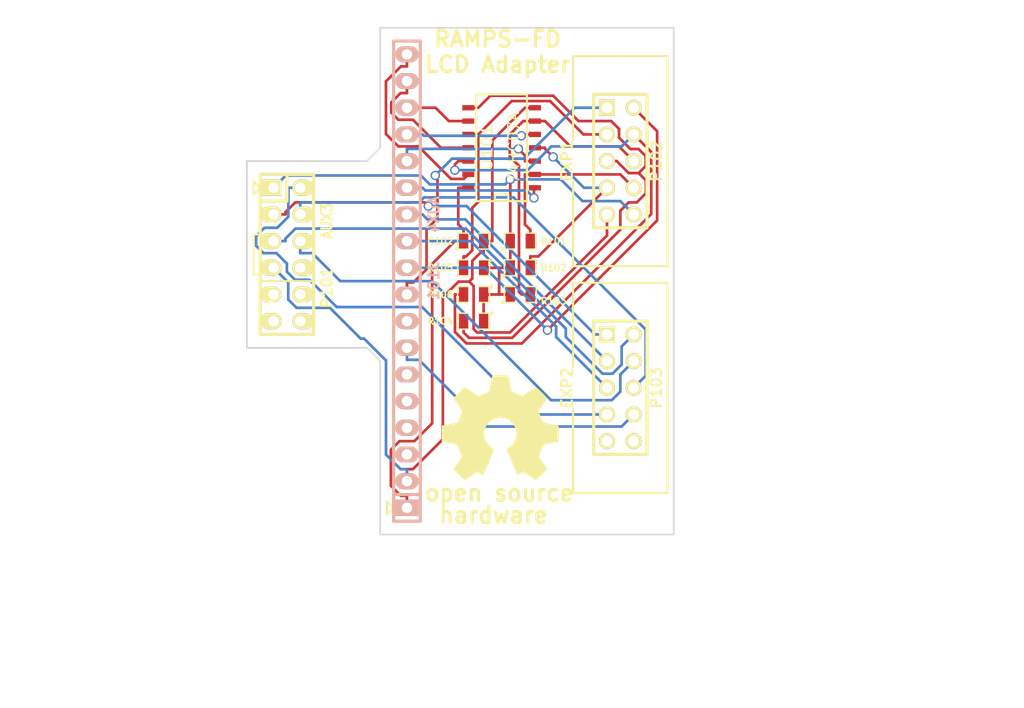
<source format=kicad_pcb>

(kicad_pcb
  (version 3)
  (host pcbnew "(2013-07-07 BZR 4022)-stable")
  (general
    (links 41)
    (no_connects 0)
    (area 110.745001 69.749999 208.182856 139.35)
    (thickness 1.6)
    (drawings 41)
    (tracks 270)
    (zones 0)
    (modules 13)
    (nets 26))
  (page A4)
  (layers
    (15 F.Cu signal)
    (0 B.Cu signal)
    (16 B.Adhes user)
    (17 F.Adhes user)
    (18 B.Paste user)
    (19 F.Paste user)
    (20 B.SilkS user)
    (21 F.SilkS user)
    (22 B.Mask user)
    (23 F.Mask user)
    (24 Dwgs.User user)
    (25 Cmts.User user)
    (26 Eco1.User user)
    (27 Eco2.User user)
    (28 Edge.Cuts user))
  (setup
    (last_trace_width 0.254)
    (trace_clearance 0.254)
    (zone_clearance 0.508)
    (zone_45_only no)
    (trace_min 0.254)
    (segment_width 0.2)
    (edge_width 0.15)
    (via_size 0.889)
    (via_drill 0.635)
    (via_min_size 0.889)
    (via_min_drill 0.508)
    (uvia_size 0.508)
    (uvia_drill 0.127)
    (uvias_allowed no)
    (uvia_min_size 0.508)
    (uvia_min_drill 0.127)
    (pcb_text_width 0.3)
    (pcb_text_size 1.5 1.5)
    (mod_edge_width 0.15)
    (mod_text_size 1.5 1.5)
    (mod_text_width 0.15)
    (pad_size 1.4 1.4)
    (pad_drill 0.6)
    (pad_to_mask_clearance 0.2)
    (aux_axis_origin 134.62 120.65)
    (visible_elements 7FFFFBBF)
    (pcbplotparams
      (layerselection 284196865)
      (usegerberextensions true)
      (excludeedgelayer true)
      (linewidth 0.15)
      (plotframeref false)
      (viasonmask false)
      (mode 1)
      (useauxorigin true)
      (hpglpennumber 1)
      (hpglpenspeed 20)
      (hpglpendiameter 15)
      (hpglpenoverlay 2)
      (psnegative false)
      (psa4output false)
      (plotreference true)
      (plotvalue true)
      (plotothertext true)
      (plotinvisibletext false)
      (padsonsilk false)
      (subtractmaskfromsilk false)
      (outputformat 1)
      (mirror false)
      (drillshape 0)
      (scaleselection 1)
      (outputdirectory gerbers/)))
  (net 0 "")
  (net 1 +5V)
  (net 2 /IOREF)
  (net 3 /LCD_D4_5V)
  (net 4 /LCD_D5_5V)
  (net 5 /LCD_D6_5V)
  (net 6 /LCD_D7_5V)
  (net 7 /LCD_E_5V)
  (net 8 /LCD_RS_5V)
  (net 9 BEEP)
  (net 10 ENC1)
  (net 11 ENC2)
  (net 12 ENC_SW)
  (net 13 GND)
  (net 14 LCD_D4)
  (net 15 LCD_D5)
  (net 16 LCD_D6)
  (net 17 LCD_D7)
  (net 18 LCD_E)
  (net 19 LCD_RS)
  (net 20 RESET)
  (net 21 SD_CLK)
  (net 22 SD_CS)
  (net 23 SD_DETECT)
  (net 24 SD_DI)
  (net 25 SD_DO)
  (net_class Default "This is the default net class."
    (clearance 0.254)
    (trace_width 0.254)
    (via_dia 0.889)
    (via_drill 0.635)
    (uvia_dia 0.508)
    (uvia_drill 0.127)
    (add_net "")
    (add_net +5V)
    (add_net /IOREF)
    (add_net /LCD_D4_5V)
    (add_net /LCD_D5_5V)
    (add_net /LCD_D6_5V)
    (add_net /LCD_D7_5V)
    (add_net /LCD_E_5V)
    (add_net /LCD_RS_5V)
    (add_net BEEP)
    (add_net ENC1)
    (add_net ENC2)
    (add_net ENC_SW)
    (add_net GND)
    (add_net LCD_D4)
    (add_net LCD_D5)
    (add_net LCD_D6)
    (add_net LCD_D7)
    (add_net LCD_E)
    (add_net LCD_RS)
    (add_net RESET)
    (add_net SD_CLK)
    (add_net SD_CS)
    (add_net SD_DETECT)
    (add_net SD_DI)
    (add_net SD_DO))
  (module SM0805
    (layer F.Cu)
    (tedit 52460DE0)
    (tstamp 5243636C)
    (at 160.655 92.71)
    (path /52460B2A)
    (attr smd)
    (fp_text reference R101
      (at 3.175 0)
      (layer F.SilkS)
      (effects
        (font
          (size 0.635 0.635)
          (thickness 0.127))))
    (fp_text value 10k
      (at 0 0)
      (layer F.SilkS) hide
      (effects
        (font
          (size 0.635 0.635)
          (thickness 0.127))))
    (fp_circle
      (center -1.651 0.762)
      (end -1.651 0.635)
      (layer F.SilkS)
      (width 0.127))
    (fp_line
      (start -0.508 0.762)
      (end -1.524 0.762)
      (layer F.SilkS)
      (width 0.127))
    (fp_line
      (start -1.524 0.762)
      (end -1.524 -0.762)
      (layer F.SilkS)
      (width 0.127))
    (fp_line
      (start -1.524 -0.762)
      (end -0.508 -0.762)
      (layer F.SilkS)
      (width 0.127))
    (fp_line
      (start 0.508 -0.762)
      (end 1.524 -0.762)
      (layer F.SilkS)
      (width 0.127))
    (fp_line
      (start 1.524 -0.762)
      (end 1.524 0.762)
      (layer F.SilkS)
      (width 0.127))
    (fp_line
      (start 1.524 0.762)
      (end 0.508 0.762)
      (layer F.SilkS)
      (width 0.127))
    (pad 1 smd rect
      (at -0.9525 0)
      (size 0.889 1.397)
      (layers F.Cu F.Paste F.Mask)
      (net 1 +5V))
    (pad 2 smd rect
      (at 0.9525 0)
      (size 0.889 1.397)
      (layers F.Cu F.Paste F.Mask)
      (net 6 /LCD_D7_5V))
    (model smd/chip_cms.wrl
      (at
        (xyz 0 0 0))
      (scale
        (xyz 0.1 0.1 0.1))
      (rotate
        (xyz 0 0 0))))
  (module pin_strip_18
    (layer B.Cu)
    (tedit 5251E2C6)
    (tstamp 52436399)
    (at 149.86 96.52 90)
    (descr "Pin strip 18pin")
    (tags "CONN DEV")
    (path /52434F14)
    (fp_text reference J101
      (at 0 2.54 90)
      (layer B.SilkS)
      (effects
        (font
          (size 1.016 1.016)
          (thickness 0.2032))
        (justify mirror)))
    (fp_text value AUX4
      (at 6.35 2.54 90)
      (layer B.SilkS)
      (effects
        (font
          (size 1.016 0.889)
          (thickness 0.2032))
        (justify mirror)))
    (fp_line
      (start 22.86 -1.27)
      (end -22.86 -1.27)
      (layer B.SilkS)
      (width 0.3048))
    (fp_line
      (start -22.86 1.27)
      (end 22.86 1.27)
      (layer B.SilkS)
      (width 0.3048))
    (fp_line
      (start 22.86 1.27)
      (end 22.86 -1.27)
      (layer B.SilkS)
      (width 0.3048))
    (fp_line
      (start -20.32 1.27)
      (end -20.32 -1.27)
      (layer B.SilkS)
      (width 0.3048))
    (fp_line
      (start -22.86 -1.27)
      (end -22.86 1.27)
      (layer B.SilkS)
      (width 0.3048))
    (pad 1 thru_hole rect
      (at -21.59 0 90)
      (size 1.524 2.19964)
      (drill 1.00076)
      (layers *.Cu *.Mask B.SilkS)
      (net 2 /IOREF))
    (pad 2 thru_hole oval
      (at -19.05 0 90)
      (size 1.524 2.19964)
      (drill 1.00076)
      (layers *.Cu *.Mask B.SilkS)
      (net 13 GND))
    (pad 3 thru_hole oval
      (at -16.51 0 90)
      (size 1.524 2.19964)
      (drill 1.00076)
      (layers *.Cu *.Mask B.SilkS))
    (pad 4 thru_hole oval
      (at -13.97 0 90)
      (size 1.524 2.19964)
      (drill 1.00076)
      (layers *.Cu *.Mask B.SilkS))
    (pad 5 thru_hole oval
      (at -11.43 0 90)
      (size 1.524 2.19964)
      (drill 1.00076)
      (layers *.Cu *.Mask B.SilkS))
    (pad 6 thru_hole oval
      (at -8.89 0 90)
      (size 1.524 2.19964)
      (drill 1.00076)
      (layers *.Cu *.Mask B.SilkS))
    (pad 7 thru_hole oval
      (at -6.35 0 90)
      (size 1.524 2.19964)
      (drill 1.00076)
      (layers *.Cu *.Mask B.SilkS)
      (net 20 RESET))
    (pad 8 thru_hole oval
      (at -3.81 0 90)
      (size 1.524 2.19964)
      (drill 1.00076)
      (layers *.Cu *.Mask B.SilkS))
    (pad 9 thru_hole oval
      (at -1.27 0 90)
      (size 1.524 2.19964)
      (drill 1.00076)
      (layers *.Cu *.Mask B.SilkS)
      (net 9 BEEP))
    (pad 10 thru_hole oval
      (at 1.27 0 90)
      (size 1.524 2.19964)
      (drill 1.00076)
      (layers *.Cu *.Mask B.SilkS)
      (net 12 ENC_SW))
    (pad 11 thru_hole oval
      (at 3.81 0 90)
      (size 1.524 2.19964)
      (drill 1.00076)
      (layers *.Cu *.Mask B.SilkS)
      (net 10 ENC1))
    (pad 12 thru_hole oval
      (at 6.35 0 90)
      (size 1.524 2.19964)
      (drill 1.00076)
      (layers *.Cu *.Mask B.SilkS)
      (net 11 ENC2))
    (pad 13 thru_hole oval
      (at 8.89 0 90)
      (size 1.524 2.19964)
      (drill 1.00076)
      (layers *.Cu *.Mask B.SilkS)
      (net 17 LCD_D7))
    (pad 14 thru_hole oval
      (at 11.43 0 90)
      (size 1.524 2.19964)
      (drill 1.00076)
      (layers *.Cu *.Mask B.SilkS)
      (net 16 LCD_D6))
    (pad 15 thru_hole oval
      (at 13.97 0 90)
      (size 1.524 2.19964)
      (drill 1.00076)
      (layers *.Cu *.Mask B.SilkS)
      (net 15 LCD_D5))
    (pad 16 thru_hole oval
      (at 16.51 0 90)
      (size 1.524 2.19964)
      (drill 1.00076)
      (layers *.Cu *.Mask B.SilkS)
      (net 14 LCD_D4))
    (pad 17 thru_hole oval
      (at 19.05 0 90)
      (size 1.524 2.19964)
      (drill 1.00076)
      (layers *.Cu *.Mask B.SilkS)
      (net 18 LCD_E))
    (pad 18 thru_hole oval
      (at 21.59 0 90)
      (size 1.524 2.19964)
      (drill 1.00076)
      (layers *.Cu *.Mask B.SilkS)
      (net 19 LCD_RS))
    (model walter\pin_strip\pin_strip_18.wrl
      (at
        (xyz 0 0 0))
      (scale
        (xyz 1 1 1))
      (rotate
        (xyz 0 0 0))))
  (module PIN_ARRAY_5x2_RMC
    (layer F.Cu)
    (tedit 5251E7C3)
    (tstamp 524363AD)
    (at 170.18 85.09 270)
    (descr "Double rangee de contacts 2 x 5 pins")
    (tags CONN)
    (path /52434ED1)
    (fp_text reference P102
      (at 0 -3.429 270)
      (layer F.SilkS)
      (effects
        (font
          (size 1.016 1.016)
          (thickness 0.2032))))
    (fp_text value EXP1
      (at 0 5.08 270)
      (layer F.SilkS)
      (effects
        (font
          (size 1.016 1.016)
          (thickness 0.2032))))
    (fp_line
      (start 1.99898 4.50088)
      (end 9.99998 4.50088)
      (layer F.SilkS)
      (width 0.2032))
    (fp_line
      (start 9.99998 4.50088)
      (end 9.99998 -4.50088)
      (layer F.SilkS)
      (width 0.2032))
    (fp_line
      (start 9.99998 -4.50088)
      (end -9.99998 -4.50088)
      (layer F.SilkS)
      (width 0.2032))
    (fp_line
      (start -9.99998 -4.50088)
      (end -9.99998 0)
      (layer F.SilkS)
      (width 0.2032))
    (fp_line
      (start -9.99998 0)
      (end -9.99998 4.50088)
      (layer F.SilkS)
      (width 0.2032))
    (fp_line
      (start -9.99998 4.50088)
      (end -1.99898 4.50088)
      (layer F.SilkS)
      (width 0.2032))
    (fp_line
      (start -6.35 -2.54)
      (end 6.35 -2.54)
      (layer F.SilkS)
      (width 0.3048))
    (fp_line
      (start 6.35 -2.54)
      (end 6.35 2.54)
      (layer F.SilkS)
      (width 0.3048))
    (fp_line
      (start 6.35 2.54)
      (end -6.35 2.54)
      (layer F.SilkS)
      (width 0.3048))
    (fp_line
      (start -6.35 2.54)
      (end -6.35 -2.54)
      (layer F.SilkS)
      (width 0.3048))
    (pad 1 thru_hole rect
      (at -5.08 1.27 270)
      (size 1.524 1.524)
      (drill 1.016)
      (layers *.Cu *.Mask F.SilkS)
      (net 9 BEEP))
    (pad 2 thru_hole circle
      (at -5.08 -1.27 270)
      (size 1.524 1.524)
      (drill 1.016)
      (layers *.Cu *.Mask F.SilkS)
      (net 12 ENC_SW))
    (pad 3 thru_hole circle
      (at -2.54 1.27 270)
      (size 1.524 1.524)
      (drill 1.016)
      (layers *.Cu *.Mask F.SilkS)
      (net 7 /LCD_E_5V))
    (pad 4 thru_hole circle
      (at -2.54 -1.27 270)
      (size 1.524 1.524)
      (drill 1.016)
      (layers *.Cu *.Mask F.SilkS)
      (net 8 /LCD_RS_5V))
    (pad 5 thru_hole circle
      (at 0 1.27 270)
      (size 1.524 1.524)
      (drill 1.016)
      (layers *.Cu *.Mask F.SilkS)
      (net 3 /LCD_D4_5V))
    (pad 6 thru_hole circle
      (at 0 -1.27 270)
      (size 1.524 1.524)
      (drill 1.016)
      (layers *.Cu *.Mask F.SilkS)
      (net 4 /LCD_D5_5V))
    (pad 7 thru_hole circle
      (at 2.54 1.27 270)
      (size 1.524 1.524)
      (drill 1.016)
      (layers *.Cu *.Mask F.SilkS)
      (net 5 /LCD_D6_5V))
    (pad 8 thru_hole circle
      (at 2.54 -1.27 270)
      (size 1.524 1.524)
      (drill 1.016)
      (layers *.Cu *.Mask F.SilkS)
      (net 6 /LCD_D7_5V))
    (pad 9 thru_hole circle
      (at 5.08 1.27 270)
      (size 1.524 1.524)
      (drill 1.016)
      (layers *.Cu *.Mask F.SilkS)
      (net 13 GND))
    (pad 10 thru_hole circle
      (at 5.08 -1.27 270)
      (size 1.524 1.524)
      (drill 1.016)
      (layers *.Cu *.Mask F.SilkS)
      (net 1 +5V))
    (model walter\conn_strip\vasch_strip_5x2.wrl
      (at
        (xyz 0 0 0))
      (scale
        (xyz 1 1 1))
      (rotate
        (xyz 0 0 0))))
  (module PIN_ARRAY_5x2_RMC
    (layer F.Cu)
    (tedit 5251E7BE)
    (tstamp 524363C1)
    (at 170.18 106.68 270)
    (descr "Double rangee de contacts 2 x 5 pins")
    (tags CONN)
    (path /52434ED7)
    (fp_text reference P103
      (at 0 -3.429 270)
      (layer F.SilkS)
      (effects
        (font
          (size 1.016 1.016)
          (thickness 0.2032))))
    (fp_text value EXP2
      (at 0 5.08 270)
      (layer F.SilkS)
      (effects
        (font
          (size 1.016 1.016)
          (thickness 0.2032))))
    (fp_line
      (start 1.99898 4.50088)
      (end 9.99998 4.50088)
      (layer F.SilkS)
      (width 0.2032))
    (fp_line
      (start 9.99998 4.50088)
      (end 9.99998 -4.50088)
      (layer F.SilkS)
      (width 0.2032))
    (fp_line
      (start 9.99998 -4.50088)
      (end -9.99998 -4.50088)
      (layer F.SilkS)
      (width 0.2032))
    (fp_line
      (start -9.99998 -4.50088)
      (end -9.99998 0)
      (layer F.SilkS)
      (width 0.2032))
    (fp_line
      (start -9.99998 0)
      (end -9.99998 4.50088)
      (layer F.SilkS)
      (width 0.2032))
    (fp_line
      (start -9.99998 4.50088)
      (end -1.99898 4.50088)
      (layer F.SilkS)
      (width 0.2032))
    (fp_line
      (start -6.35 -2.54)
      (end 6.35 -2.54)
      (layer F.SilkS)
      (width 0.3048))
    (fp_line
      (start 6.35 -2.54)
      (end 6.35 2.54)
      (layer F.SilkS)
      (width 0.3048))
    (fp_line
      (start 6.35 2.54)
      (end -6.35 2.54)
      (layer F.SilkS)
      (width 0.3048))
    (fp_line
      (start -6.35 2.54)
      (end -6.35 -2.54)
      (layer F.SilkS)
      (width 0.3048))
    (pad 1 thru_hole rect
      (at -5.08 1.27 270)
      (size 1.524 1.524)
      (drill 1.016)
      (layers *.Cu *.Mask F.SilkS)
      (net 25 SD_DO))
    (pad 2 thru_hole circle
      (at -5.08 -1.27 270)
      (size 1.524 1.524)
      (drill 1.016)
      (layers *.Cu *.Mask F.SilkS)
      (net 21 SD_CLK))
    (pad 3 thru_hole circle
      (at -2.54 1.27 270)
      (size 1.524 1.524)
      (drill 1.016)
      (layers *.Cu *.Mask F.SilkS)
      (net 11 ENC2))
    (pad 4 thru_hole circle
      (at -2.54 -1.27 270)
      (size 1.524 1.524)
      (drill 1.016)
      (layers *.Cu *.Mask F.SilkS)
      (net 22 SD_CS))
    (pad 5 thru_hole circle
      (at 0 1.27 270)
      (size 1.524 1.524)
      (drill 1.016)
      (layers *.Cu *.Mask F.SilkS)
      (net 10 ENC1))
    (pad 6 thru_hole circle
      (at 0 -1.27 270)
      (size 1.524 1.524)
      (drill 1.016)
      (layers *.Cu *.Mask F.SilkS)
      (net 24 SD_DI))
    (pad 7 thru_hole circle
      (at 2.54 1.27 270)
      (size 1.524 1.524)
      (drill 1.016)
      (layers *.Cu *.Mask F.SilkS)
      (net 23 SD_DETECT))
    (pad 8 thru_hole circle
      (at 2.54 -1.27 270)
      (size 1.524 1.524)
      (drill 1.016)
      (layers *.Cu *.Mask F.SilkS)
      (net 20 RESET))
    (pad 9 thru_hole circle
      (at 5.08 1.27 270)
      (size 1.524 1.524)
      (drill 1.016)
      (layers *.Cu *.Mask F.SilkS))
    (pad 10 thru_hole circle
      (at 5.08 -1.27 270)
      (size 1.524 1.524)
      (drill 1.016)
      (layers *.Cu *.Mask F.SilkS))
    (model walter\conn_strip\vasch_strip_5x2.wrl
      (at
        (xyz 0 0 0))
      (scale
        (xyz 1 1 1))
      (rotate
        (xyz 0 0 0))))
  (module SM0805
    (layer F.Cu)
    (tedit 52460DDE)
    (tstamp 52436758)
    (at 156.21 92.71)
    (path /524366E1)
    (attr smd)
    (fp_text reference C102
      (at -3.175 0)
      (layer F.SilkS)
      (effects
        (font
          (size 0.635 0.635)
          (thickness 0.127))))
    (fp_text value 100nF
      (at 0 0)
      (layer F.SilkS) hide
      (effects
        (font
          (size 0.635 0.635)
          (thickness 0.127))))
    (fp_circle
      (center -1.651 0.762)
      (end -1.651 0.635)
      (layer F.SilkS)
      (width 0.127))
    (fp_line
      (start -0.508 0.762)
      (end -1.524 0.762)
      (layer F.SilkS)
      (width 0.127))
    (fp_line
      (start -1.524 0.762)
      (end -1.524 -0.762)
      (layer F.SilkS)
      (width 0.127))
    (fp_line
      (start -1.524 -0.762)
      (end -0.508 -0.762)
      (layer F.SilkS)
      (width 0.127))
    (fp_line
      (start 0.508 -0.762)
      (end 1.524 -0.762)
      (layer F.SilkS)
      (width 0.127))
    (fp_line
      (start 1.524 -0.762)
      (end 1.524 0.762)
      (layer F.SilkS)
      (width 0.127))
    (fp_line
      (start 1.524 0.762)
      (end 0.508 0.762)
      (layer F.SilkS)
      (width 0.127))
    (pad 1 smd rect
      (at -0.9525 0)
      (size 0.889 1.397)
      (layers F.Cu F.Paste F.Mask)
      (net 2 /IOREF))
    (pad 2 smd rect
      (at 0.9525 0)
      (size 0.889 1.397)
      (layers F.Cu F.Paste F.Mask)
      (net 13 GND))
    (model smd/chip_cms.wrl
      (at
        (xyz 0 0 0))
      (scale
        (xyz 0.1 0.1 0.1))
      (rotate
        (xyz 0 0 0))))
  (module SO14N
    (layer F.Cu)
    (tedit 42806FE5)
    (tstamp 5243635F)
    (at 158.75 83.82 90)
    (descr "Module CMS SOJ 14 pins Large")
    (tags "CMS SOJ")
    (path /5245E15B)
    (attr smd)
    (fp_text reference U101
      (at 0 -1.27 90)
      (layer F.SilkS)
      (effects
        (font
          (size 1.016 1.143)
          (thickness 0.127))))
    (fp_text value 74HC07A
      (at 0 1.27 90)
      (layer F.SilkS)
      (effects
        (font
          (size 1.016 1.016)
          (thickness 0.127))))
    (fp_line
      (start 5.08 -2.286)
      (end 5.08 2.54)
      (layer F.SilkS)
      (width 0.2032))
    (fp_line
      (start 5.08 2.54)
      (end -5.08 2.54)
      (layer F.SilkS)
      (width 0.2032))
    (fp_line
      (start -5.08 2.54)
      (end -5.08 -2.286)
      (layer F.SilkS)
      (width 0.2032))
    (fp_line
      (start -5.08 -2.286)
      (end 5.08 -2.286)
      (layer F.SilkS)
      (width 0.2032))
    (fp_line
      (start -5.08 -0.508)
      (end -4.445 -0.508)
      (layer F.SilkS)
      (width 0.2032))
    (fp_line
      (start -4.445 -0.508)
      (end -4.445 0.762)
      (layer F.SilkS)
      (width 0.2032))
    (fp_line
      (start -4.445 0.762)
      (end -5.08 0.762)
      (layer F.SilkS)
      (width 0.2032))
    (pad 1 smd rect
      (at -3.81 3.302 90)
      (size 0.508 1.143)
      (layers F.Cu F.Paste F.Mask)
      (net 17 LCD_D7))
    (pad 2 smd rect
      (at -2.54 3.302 90)
      (size 0.508 1.143)
      (layers F.Cu F.Paste F.Mask)
      (net 6 /LCD_D7_5V))
    (pad 3 smd rect
      (at -1.27 3.302 90)
      (size 0.508 1.143)
      (layers F.Cu F.Paste F.Mask)
      (net 16 LCD_D6))
    (pad 4 smd rect
      (at 0 3.302 90)
      (size 0.508 1.143)
      (layers F.Cu F.Paste F.Mask)
      (net 5 /LCD_D6_5V))
    (pad 5 smd rect
      (at 1.27 3.302 90)
      (size 0.508 1.143)
      (layers F.Cu F.Paste F.Mask)
      (net 15 LCD_D5))
    (pad 6 smd rect
      (at 2.54 3.302 90)
      (size 0.508 1.143)
      (layers F.Cu F.Paste F.Mask)
      (net 4 /LCD_D5_5V))
    (pad 7 smd rect
      (at 3.81 3.302 90)
      (size 0.508 1.143)
      (layers F.Cu F.Paste F.Mask)
      (net 13 GND))
    (pad 8 smd rect
      (at 3.81 -3.048 90)
      (size 0.508 1.143)
      (layers F.Cu F.Paste F.Mask)
      (net 3 /LCD_D4_5V))
    (pad 9 smd rect
      (at 2.54 -3.048 90)
      (size 0.508 1.143)
      (layers F.Cu F.Paste F.Mask)
      (net 14 LCD_D4))
    (pad 11 smd rect
      (at 0 -3.048 90)
      (size 0.508 1.143)
      (layers F.Cu F.Paste F.Mask)
      (net 18 LCD_E))
    (pad 12 smd rect
      (at -1.27 -3.048 90)
      (size 0.508 1.143)
      (layers F.Cu F.Paste F.Mask)
      (net 8 /LCD_RS_5V))
    (pad 13 smd rect
      (at -2.54 -3.048 90)
      (size 0.508 1.143)
      (layers F.Cu F.Paste F.Mask)
      (net 19 LCD_RS))
    (pad 14 smd rect
      (at -3.81 -3.048 90)
      (size 0.508 1.143)
      (layers F.Cu F.Paste F.Mask)
      (net 2 /IOREF))
    (pad 10 smd rect
      (at 1.27 -3.048 90)
      (size 0.508 1.143)
      (layers F.Cu F.Paste F.Mask)
      (net 7 /LCD_E_5V))
    (model smd/cms_so14.wrl
      (at
        (xyz 0 0 0))
      (scale
        (xyz 0.5 0.4 0.5))
      (rotate
        (xyz 0 0 0))))
  (module SM0805
    (layer F.Cu)
    (tedit 52460DDC)
    (tstamp 52460B72)
    (at 160.655 95.25)
    (path /52460B3C)
    (attr smd)
    (fp_text reference R102
      (at 3.175 0)
      (layer F.SilkS)
      (effects
        (font
          (size 0.635 0.635)
          (thickness 0.127))))
    (fp_text value 10k
      (at 0 0)
      (layer F.SilkS) hide
      (effects
        (font
          (size 0.635 0.635)
          (thickness 0.127))))
    (fp_circle
      (center -1.651 0.762)
      (end -1.651 0.635)
      (layer F.SilkS)
      (width 0.127))
    (fp_line
      (start -0.508 0.762)
      (end -1.524 0.762)
      (layer F.SilkS)
      (width 0.127))
    (fp_line
      (start -1.524 0.762)
      (end -1.524 -0.762)
      (layer F.SilkS)
      (width 0.127))
    (fp_line
      (start -1.524 -0.762)
      (end -0.508 -0.762)
      (layer F.SilkS)
      (width 0.127))
    (fp_line
      (start 0.508 -0.762)
      (end 1.524 -0.762)
      (layer F.SilkS)
      (width 0.127))
    (fp_line
      (start 1.524 -0.762)
      (end 1.524 0.762)
      (layer F.SilkS)
      (width 0.127))
    (fp_line
      (start 1.524 0.762)
      (end 0.508 0.762)
      (layer F.SilkS)
      (width 0.127))
    (pad 1 smd rect
      (at -0.9525 0)
      (size 0.889 1.397)
      (layers F.Cu F.Paste F.Mask)
      (net 1 +5V))
    (pad 2 smd rect
      (at 0.9525 0)
      (size 0.889 1.397)
      (layers F.Cu F.Paste F.Mask)
      (net 5 /LCD_D6_5V))
    (model smd/chip_cms.wrl
      (at
        (xyz 0 0 0))
      (scale
        (xyz 0.1 0.1 0.1))
      (rotate
        (xyz 0 0 0))))
  (module SM0805
    (layer F.Cu)
    (tedit 52460DD8)
    (tstamp 52460B7F)
    (at 160.655 97.79)
    (path /52460B42)
    (attr smd)
    (fp_text reference R103
      (at 3.175 0.635)
      (layer F.SilkS)
      (effects
        (font
          (size 0.635 0.635)
          (thickness 0.127))))
    (fp_text value 10k
      (at 0 0)
      (layer F.SilkS) hide
      (effects
        (font
          (size 0.635 0.635)
          (thickness 0.127))))
    (fp_circle
      (center -1.651 0.762)
      (end -1.651 0.635)
      (layer F.SilkS)
      (width 0.127))
    (fp_line
      (start -0.508 0.762)
      (end -1.524 0.762)
      (layer F.SilkS)
      (width 0.127))
    (fp_line
      (start -1.524 0.762)
      (end -1.524 -0.762)
      (layer F.SilkS)
      (width 0.127))
    (fp_line
      (start -1.524 -0.762)
      (end -0.508 -0.762)
      (layer F.SilkS)
      (width 0.127))
    (fp_line
      (start 0.508 -0.762)
      (end 1.524 -0.762)
      (layer F.SilkS)
      (width 0.127))
    (fp_line
      (start 1.524 -0.762)
      (end 1.524 0.762)
      (layer F.SilkS)
      (width 0.127))
    (fp_line
      (start 1.524 0.762)
      (end 0.508 0.762)
      (layer F.SilkS)
      (width 0.127))
    (pad 1 smd rect
      (at -0.9525 0)
      (size 0.889 1.397)
      (layers F.Cu F.Paste F.Mask)
      (net 1 +5V))
    (pad 2 smd rect
      (at 0.9525 0)
      (size 0.889 1.397)
      (layers F.Cu F.Paste F.Mask)
      (net 4 /LCD_D5_5V))
    (model smd/chip_cms.wrl
      (at
        (xyz 0 0 0))
      (scale
        (xyz 0.1 0.1 0.1))
      (rotate
        (xyz 0 0 0))))
  (module SM0805
    (layer F.Cu)
    (tedit 52460DCE)
    (tstamp 52460B8C)
    (at 156.21 100.33 180)
    (path /52460B48)
    (attr smd)
    (fp_text reference R104
      (at 3.175 0 180)
      (layer F.SilkS)
      (effects
        (font
          (size 0.635 0.635)
          (thickness 0.127))))
    (fp_text value 10k
      (at 0 0 180)
      (layer F.SilkS) hide
      (effects
        (font
          (size 0.635 0.635)
          (thickness 0.127))))
    (fp_circle
      (center -1.651 0.762)
      (end -1.651 0.635)
      (layer F.SilkS)
      (width 0.127))
    (fp_line
      (start -0.508 0.762)
      (end -1.524 0.762)
      (layer F.SilkS)
      (width 0.127))
    (fp_line
      (start -1.524 0.762)
      (end -1.524 -0.762)
      (layer F.SilkS)
      (width 0.127))
    (fp_line
      (start -1.524 -0.762)
      (end -0.508 -0.762)
      (layer F.SilkS)
      (width 0.127))
    (fp_line
      (start 0.508 -0.762)
      (end 1.524 -0.762)
      (layer F.SilkS)
      (width 0.127))
    (fp_line
      (start 1.524 -0.762)
      (end 1.524 0.762)
      (layer F.SilkS)
      (width 0.127))
    (fp_line
      (start 1.524 0.762)
      (end 0.508 0.762)
      (layer F.SilkS)
      (width 0.127))
    (pad 1 smd rect
      (at -0.9525 0 180)
      (size 0.889 1.397)
      (layers F.Cu F.Paste F.Mask)
      (net 1 +5V))
    (pad 2 smd rect
      (at 0.9525 0 180)
      (size 0.889 1.397)
      (layers F.Cu F.Paste F.Mask)
      (net 3 /LCD_D4_5V))
    (model smd/chip_cms.wrl
      (at
        (xyz 0 0 0))
      (scale
        (xyz 0.1 0.1 0.1))
      (rotate
        (xyz 0 0 0))))
  (module SM0805
    (layer F.Cu)
    (tedit 52460DDA)
    (tstamp 52460B99)
    (at 156.21 95.25 180)
    (path /52460B4E)
    (attr smd)
    (fp_text reference R105
      (at 3.175 0 180)
      (layer F.SilkS)
      (effects
        (font
          (size 0.635 0.635)
          (thickness 0.127))))
    (fp_text value 10k
      (at 0 0 180)
      (layer F.SilkS) hide
      (effects
        (font
          (size 0.635 0.635)
          (thickness 0.127))))
    (fp_circle
      (center -1.651 0.762)
      (end -1.651 0.635)
      (layer F.SilkS)
      (width 0.127))
    (fp_line
      (start -0.508 0.762)
      (end -1.524 0.762)
      (layer F.SilkS)
      (width 0.127))
    (fp_line
      (start -1.524 0.762)
      (end -1.524 -0.762)
      (layer F.SilkS)
      (width 0.127))
    (fp_line
      (start -1.524 -0.762)
      (end -0.508 -0.762)
      (layer F.SilkS)
      (width 0.127))
    (fp_line
      (start 0.508 -0.762)
      (end 1.524 -0.762)
      (layer F.SilkS)
      (width 0.127))
    (fp_line
      (start 1.524 -0.762)
      (end 1.524 0.762)
      (layer F.SilkS)
      (width 0.127))
    (fp_line
      (start 1.524 0.762)
      (end 0.508 0.762)
      (layer F.SilkS)
      (width 0.127))
    (pad 1 smd rect
      (at -0.9525 0 180)
      (size 0.889 1.397)
      (layers F.Cu F.Paste F.Mask)
      (net 1 +5V))
    (pad 2 smd rect
      (at 0.9525 0 180)
      (size 0.889 1.397)
      (layers F.Cu F.Paste F.Mask)
      (net 7 /LCD_E_5V))
    (model smd/chip_cms.wrl
      (at
        (xyz 0 0 0))
      (scale
        (xyz 0.1 0.1 0.1))
      (rotate
        (xyz 0 0 0))))
  (module SM0805
    (layer F.Cu)
    (tedit 52460DD2)
    (tstamp 52460BA6)
    (at 156.21 97.79 180)
    (path /52460B54)
    (attr smd)
    (fp_text reference R106
      (at 3.175 0 180)
      (layer F.SilkS)
      (effects
        (font
          (size 0.635 0.635)
          (thickness 0.127))))
    (fp_text value 10k
      (at 0 0 180)
      (layer F.SilkS) hide
      (effects
        (font
          (size 0.635 0.635)
          (thickness 0.127))))
    (fp_circle
      (center -1.651 0.762)
      (end -1.651 0.635)
      (layer F.SilkS)
      (width 0.127))
    (fp_line
      (start -0.508 0.762)
      (end -1.524 0.762)
      (layer F.SilkS)
      (width 0.127))
    (fp_line
      (start -1.524 0.762)
      (end -1.524 -0.762)
      (layer F.SilkS)
      (width 0.127))
    (fp_line
      (start -1.524 -0.762)
      (end -0.508 -0.762)
      (layer F.SilkS)
      (width 0.127))
    (fp_line
      (start 0.508 -0.762)
      (end 1.524 -0.762)
      (layer F.SilkS)
      (width 0.127))
    (fp_line
      (start 1.524 -0.762)
      (end 1.524 0.762)
      (layer F.SilkS)
      (width 0.127))
    (fp_line
      (start 1.524 0.762)
      (end 0.508 0.762)
      (layer F.SilkS)
      (width 0.127))
    (pad 1 smd rect
      (at -0.9525 0 180)
      (size 0.889 1.397)
      (layers F.Cu F.Paste F.Mask)
      (net 1 +5V))
    (pad 2 smd rect
      (at 0.9525 0 180)
      (size 0.889 1.397)
      (layers F.Cu F.Paste F.Mask)
      (net 8 /LCD_RS_5V))
    (model smd/chip_cms.wrl
      (at
        (xyz 0 0 0))
      (scale
        (xyz 0.1 0.1 0.1))
      (rotate
        (xyz 0 0 0))))
  (module OSHW_logo_2
    (layer F.Cu)
    (tedit 4FB9109F)
    (tstamp 52461D68)
    (at 158.75 110.49)
    (path /52461DD4)
    (fp_text reference M101
      (at 0 5.90296)
      (layer F.SilkS) hide
      (effects
        (font
          (size 0.508 0.508)
          (thickness 0.1016))))
    (fp_text value LOGO_OSHW
      (at 0 -5.90296)
      (layer F.SilkS) hide
      (effects
        (font
          (size 0.508 0.508)
          (thickness 0.1016))))
    (fp_text user hardware
      (at -0.64516 8.30072)
      (layer F.SilkS)
      (effects
        (font
          (size 1.524 1.524)
          (thickness 0.3048))))
    (fp_text user "open source"
      (at -0.09906 6.20014)
      (layer F.SilkS)
      (effects
        (font
          (size 1.524 1.524)
          (thickness 0.3048))))
    (fp_poly
      (pts
        (xy -3.37312 4.99872)
        (xy -3.3147 4.96824)
        (xy -3.18516 4.88696)
        (xy -2.99974 4.76504)
        (xy -2.77876 4.61772)
        (xy -2.55778 4.46786)
        (xy -2.37744 4.34594)
        (xy -2.25044 4.26466)
        (xy -2.1971 4.23672)
        (xy -2.16916 4.24688)
        (xy -2.06502 4.29768)
        (xy -1.91262 4.37642)
        (xy -1.82372 4.42214)
        (xy -1.68402 4.48056)
        (xy -1.61544 4.49326)
        (xy -1.60274 4.47548)
        (xy -1.55194 4.3688)
        (xy -1.4732 4.18592)
        (xy -1.36652 3.94462)
        (xy -1.24714 3.66268)
        (xy -1.1176 3.35788)
        (xy -0.98806 3.048)
        (xy -0.86614 2.75082)
        (xy -0.75692 2.48412)
        (xy -0.67056 2.26822)
        (xy -0.61214 2.11836)
        (xy -0.59182 2.05232)
        (xy -0.5969 2.03962)
        (xy -0.66802 1.97104)
        (xy -0.78994 1.8796)
        (xy -1.05156 1.66624)
        (xy -1.31318 1.34112)
        (xy -1.47066 0.97282)
        (xy -1.524 0.56388)
        (xy -1.47828 0.18288)
        (xy -1.32842 -0.18288)
        (xy -1.07442 -0.51054)
        (xy -0.76708 -0.75438)
        (xy -0.4064 -0.90932)
        (xy 0 -0.95758)
        (xy 0.38862 -0.9144)
        (xy 0.75946 -0.76708)
        (xy 1.08966 -0.51816)
        (xy 1.22682 -0.35814)
        (xy 1.41732 -0.0254)
        (xy 1.52654 0.3302)
        (xy 1.53924 0.42164)
        (xy 1.52146 0.8128)
        (xy 1.40716 1.18618)
        (xy 1.20142 1.52146)
        (xy 0.9144 1.79578)
        (xy 0.87884 1.82372)
        (xy 0.74422 1.92278)
        (xy 0.65532 1.99136)
        (xy 0.58674 2.04724)
        (xy 1.08458 3.24612)
        (xy 1.16332 3.43662)
        (xy 1.30048 3.76428)
        (xy 1.41986 4.04622)
        (xy 1.51638 4.26974)
        (xy 1.58242 4.4196)
        (xy 1.6129 4.48056)
        (xy 1.61544 4.4831)
        (xy 1.65862 4.49072)
        (xy 1.75006 4.4577)
        (xy 1.9177 4.37642)
        (xy 2.02946 4.32054)
        (xy 2.15646 4.25958)
        (xy 2.21234 4.23672)
        (xy 2.2606 4.26212)
        (xy 2.38252 4.34086)
        (xy 2.56032 4.46024)
        (xy 2.77622 4.60756)
        (xy 2.97942 4.74472)
        (xy 3.16738 4.86918)
        (xy 3.30454 4.95554)
        (xy 3.37058 4.9911)
        (xy 3.38074 4.9911)
        (xy 3.43916 4.95808)
        (xy 3.54584 4.86918)
        (xy 3.71094 4.71424)
        (xy 3.94208 4.48564)
        (xy 3.97764 4.45262)
        (xy 4.1656 4.25958)
        (xy 4.32054 4.09702)
        (xy 4.42468 3.98272)
        (xy 4.46024 3.92938)
        (xy 4.46024 3.92938)
        (xy 4.42722 3.86334)
        (xy 4.34086 3.72872)
        (xy 4.2164 3.53822)
        (xy 4.064 3.3147)
        (xy 3.66776 2.73812)
        (xy 3.8862 2.19456)
        (xy 3.95224 2.02946)
        (xy 4.0386 1.82626)
        (xy 4.1021 1.68148)
        (xy 4.13258 1.61798)
        (xy 4.19354 1.59766)
        (xy 4.34086 1.5621)
        (xy 4.55676 1.51638)
        (xy 4.81584 1.46812)
        (xy 5.05968 1.42494)
        (xy 5.28066 1.38176)
        (xy 5.44322 1.35128)
        (xy 5.51434 1.33604)
        (xy 5.53212 1.32588)
        (xy 5.54482 1.29286)
        (xy 5.55498 1.21666)
        (xy 5.56006 1.08204)
        (xy 5.5626 0.86868)
        (xy 5.5626 0.56388)
        (xy 5.5626 0.53086)
        (xy 5.56006 0.23622)
        (xy 5.55498 0.00508)
        (xy 5.54736 -0.14986)
        (xy 5.5372 -0.20828)
        (xy 5.5372 -0.21082)
        (xy 5.46862 -0.22606)
        (xy 5.31114 -0.25908)
        (xy 5.09016 -0.30226)
        (xy 4.826 -0.35306)
        (xy 4.80822 -0.3556)
        (xy 4.5466 -0.4064)
        (xy 4.32562 -0.45212)
        (xy 4.17068 -0.48768)
        (xy 4.10464 -0.508)
        (xy 4.09194 -0.52832)
        (xy 4.0386 -0.62992)
        (xy 3.9624 -0.79248)
        (xy 3.87604 -0.99314)
        (xy 3.78968 -1.19888)
        (xy 3.71602 -1.3843)
        (xy 3.66522 -1.524)
        (xy 3.64998 -1.5875)
        (xy 3.65252 -1.5875)
        (xy 3.69062 -1.651)
        (xy 3.78206 -1.78816)
        (xy 3.90906 -1.97866)
        (xy 4.064 -2.20218)
        (xy 4.07416 -2.21742)
        (xy 4.22656 -2.44094)
        (xy 4.34848 -2.6289)
        (xy 4.42976 -2.76352)
        (xy 4.46024 -2.82448)
        (xy 4.46024 -2.82702)
        (xy 4.40944 -2.89306)
        (xy 4.29768 -3.02006)
        (xy 4.13512 -3.19024)
        (xy 3.93954 -3.38582)
        (xy 3.87858 -3.44678)
        (xy 3.66268 -3.6576)
        (xy 3.51028 -3.7973)
        (xy 3.41884 -3.87096)
        (xy 3.37312 -3.8862)
        (xy 3.37058 -3.8862)
        (xy 3.30454 -3.84556)
        (xy 3.16484 -3.75412)
        (xy 2.97434 -3.62458)
        (xy 2.74828 -3.46964)
        (xy 2.73304 -3.45948)
        (xy 2.50952 -3.30962)
        (xy 2.3241 -3.18262)
        (xy 2.19202 -3.09626)
        (xy 2.13614 -3.0607)
        (xy 2.12598 -3.0607)
        (xy 2.03454 -3.08864)
        (xy 1.87706 -3.14452)
        (xy 1.68148 -3.21818)
        (xy 1.47574 -3.302)
        (xy 1.29032 -3.38074)
        (xy 1.14808 -3.44424)
        (xy 1.08204 -3.48234)
        (xy 1.08204 -3.48488)
        (xy 1.05664 -3.56362)
        (xy 1.01854 -3.73126)
        (xy 0.97282 -3.95986)
        (xy 0.91948 -4.23164)
        (xy 0.91186 -4.27736)
        (xy 0.86106 -4.54152)
        (xy 0.81788 -4.75996)
        (xy 0.7874 -4.91236)
        (xy 0.77216 -4.97332)
        (xy 0.73406 -4.98348)
        (xy 0.60452 -4.99364)
        (xy 0.4064 -4.99872)
        (xy 0.16764 -5.00126)
        (xy -0.08382 -4.99872)
        (xy -0.3302 -4.99364)
        (xy -0.54102 -4.98602)
        (xy -0.69088 -4.97586)
        (xy -0.75184 -4.96316)
        (xy -0.75438 -4.96062)
        (xy -0.77724 -4.8768)
        (xy -0.81534 -4.7117)
        (xy -0.86106 -4.48056)
        (xy -0.9144 -4.20624)
        (xy -0.92456 -4.15798)
        (xy -0.97282 -3.89382)
        (xy -1.01854 -3.67792)
        (xy -1.04902 -3.52806)
        (xy -1.0668 -3.46964)
        (xy -1.08966 -3.45694)
        (xy -1.19888 -3.40868)
        (xy -1.37668 -3.33502)
        (xy -1.59512 -3.24612)
        (xy -2.10566 -3.04038)
        (xy -2.7305 -3.46964)
        (xy -2.78892 -3.50774)
        (xy -3.01244 -3.66014)
        (xy -3.19786 -3.7846)
        (xy -3.32486 -3.86588)
        (xy -3.3782 -3.89636)
        (xy -3.38328 -3.89382)
        (xy -3.44424 -3.84048)
        (xy -3.5687 -3.72364)
        (xy -3.73888 -3.55854)
        (xy -3.93446 -3.36296)
        (xy -4.07924 -3.21818)
        (xy -4.25196 -3.04292)
        (xy -4.36118 -2.92608)
        (xy -4.4196 -2.84988)
        (xy -4.44246 -2.80416)
        (xy -4.43738 -2.77368)
        (xy -4.39674 -2.71018)
        (xy -4.3053 -2.57302)
        (xy -4.17576 -2.38252)
        (xy -4.02336 -2.16154)
        (xy -3.8989 -1.97866)
        (xy -3.76428 -1.76784)
        (xy -3.67538 -1.61798)
        (xy -3.6449 -1.54432)
        (xy -3.65252 -1.51384)
        (xy -3.6957 -1.39192)
        (xy -3.76936 -1.2065)
        (xy -3.86334 -0.98806)
        (xy -4.08178 -0.49276)
        (xy -4.40436 -0.42926)
        (xy -4.60248 -0.3937)
        (xy -4.8768 -0.34036)
        (xy -5.13842 -0.28956)
        (xy -5.5499 -0.21082)
        (xy -5.56514 1.29794)
        (xy -5.50164 1.32588)
        (xy -5.44068 1.34112)
        (xy -5.28828 1.37668)
        (xy -5.06984 1.41986)
        (xy -4.81584 1.46812)
        (xy -4.5974 1.50876)
        (xy -4.37642 1.5494)
        (xy -4.21894 1.57988)
        (xy -4.14782 1.59512)
        (xy -4.13004 1.61798)
        (xy -4.0767 1.72466)
        (xy -3.99796 1.89484)
        (xy -3.9116 2.09804)
        (xy -3.8227 2.30886)
        (xy -3.7465 2.50444)
        (xy -3.69062 2.65176)
        (xy -3.6703 2.7305)
        (xy -3.70078 2.78638)
        (xy -3.7846 2.91592)
        (xy -3.90652 3.10134)
        (xy -4.05384 3.31978)
        (xy -4.2037 3.53822)
        (xy -4.3307 3.72364)
        (xy -4.41706 3.85826)
        (xy -4.45516 3.91922)
        (xy -4.43738 3.9624)
        (xy -4.34848 4.06654)
        (xy -4.18338 4.23926)
        (xy -3.93954 4.48056)
        (xy -3.8989 4.51866)
        (xy -3.70332 4.70662)
        (xy -3.53822 4.85902)
        (xy -3.42392 4.96062)
        (xy -3.37312 4.99872))
      (layer F.SilkS)
      (width 0.00254)))
  (module pin_strip_6x2
    (layer F.Cu)
    (tedit 5251ED23)
    (tstamp 5243637E)
    (at 138.43 93.98 270)
    (descr "Pin strip 6x2pin")
    (tags "CONN DEV")
    (path /5251E207)
    (fp_text reference P101
      (at 3.175 -3.81 270)
      (layer F.SilkS)
      (effects
        (font
          (size 1.016 1.016)
          (thickness 0.2032))))
    (fp_text value AUX3
      (at -3.175 -3.81 270)
      (layer F.SilkS)
      (effects
        (font
          (size 1.016 0.889)
          (thickness 0.2032))))
    (fp_line
      (start -7.62 -2.54)
      (end 7.62 -2.54)
      (layer F.SilkS)
      (width 0.3048))
    (fp_line
      (start 7.62 -2.54)
      (end 7.62 2.54)
      (layer F.SilkS)
      (width 0.3048))
    (fp_line
      (start 7.62 2.54)
      (end -7.62 2.54)
      (layer F.SilkS)
      (width 0.3048))
    (fp_line
      (start -7.62 0)
      (end -5.08 0)
      (layer F.SilkS)
      (width 0.3048))
    (fp_line
      (start -5.08 0)
      (end -5.08 2.54)
      (layer F.SilkS)
      (width 0.3048))
    (fp_line
      (start -7.62 -2.54)
      (end -7.62 2.54)
      (layer F.SilkS)
      (width 0.3048))
    (pad 1 thru_hole rect
      (at -6.35 1.27 270)
      (size 1.524 1.99898)
      (drill 1.00076
        (offset 0 0.24892))
      (layers *.Cu *.Mask F.SilkS)
      (net 1 +5V))
    (pad 2 thru_hole oval
      (at -6.35 -1.27 270)
      (size 1.524 1.99898)
      (drill 1.00076
        (offset 0 -0.24892))
      (layers *.Cu *.Mask F.SilkS)
      (net 23 SD_DETECT))
    (pad 3 thru_hole oval
      (at -3.81 1.27 270)
      (size 1.524 1.99898)
      (drill 1.00076
        (offset 0 0.24892))
      (layers *.Cu *.Mask F.SilkS)
      (net 25 SD_DO))
    (pad 4 thru_hole oval
      (at -3.81 -1.27 270)
      (size 1.524 1.99898)
      (drill 1.00076
        (offset 0 -0.24892))
      (layers *.Cu *.Mask F.SilkS)
      (net 24 SD_DI))
    (pad 5 thru_hole oval
      (at -1.27 1.27 270)
      (size 1.524 1.99898)
      (drill 1.00076
        (offset 0 0.24892))
      (layers *.Cu *.Mask F.SilkS)
      (net 21 SD_CLK))
    (pad 6 thru_hole oval
      (at -1.27 -1.27 270)
      (size 1.524 1.99898)
      (drill 1.00076
        (offset 0 -0.24892))
      (layers *.Cu *.Mask F.SilkS)
      (net 22 SD_CS))
    (pad 7 thru_hole oval
      (at 1.27 1.27 270)
      (size 1.524 1.99898)
      (drill 1.00076
        (offset 0 0.24892))
      (layers *.Cu *.Mask F.SilkS)
      (net 13 GND))
    (pad 8 thru_hole oval
      (at 1.27 -1.27 270)
      (size 1.524 1.99898)
      (drill 1.00076
        (offset 0 -0.24892))
      (layers *.Cu *.Mask F.SilkS))
    (pad 9 thru_hole oval
      (at 3.81 1.27 270)
      (size 1.524 1.99898)
      (drill 1.00076
        (offset 0 0.24892))
      (layers *.Cu *.Mask F.SilkS))
    (pad 10 thru_hole oval
      (at 3.81 -1.27 270)
      (size 1.524 1.99898)
      (drill 1.00076
        (offset 0 -0.24892))
      (layers *.Cu *.Mask F.SilkS))
    (pad 11 thru_hole oval
      (at 6.35 1.27 270)
      (size 1.524 1.99898)
      (drill 1.00076
        (offset 0 0.24892))
      (layers *.Cu *.Mask F.SilkS))
    (pad 12 thru_hole oval
      (at 6.35 -1.27 270)
      (size 1.524 1.99898)
      (drill 1.00076
        (offset 0 -0.24892))
      (layers *.Cu *.Mask F.SilkS))
    (model walter\pin_strip\pin_strip_6x2.wrl
      (at
        (xyz 0 0 0))
      (scale
        (xyz 1 1 1))
      (rotate
        (xyz 0 0 0))))
  (gr_line
    (start 138.43 85.09)
    (end 134.62 85.09)
    (angle 90)
    (layer Edge.Cuts)
    (width 0.15))
  (gr_line
    (start 138.43 102.87)
    (end 134.62 102.87)
    (angle 90)
    (layer Edge.Cuts)
    (width 0.15))
  (gr_line
    (start 135.255 95.885)
    (end 135.89 95.885)
    (angle 90)
    (layer F.SilkS)
    (width 0.2))
  (gr_line
    (start 135.255 92.075)
    (end 135.255 95.885)
    (angle 90)
    (layer F.SilkS)
    (width 0.2))
  (gr_line
    (start 135.89 92.075)
    (end 135.255 92.075)
    (angle 90)
    (layer F.SilkS)
    (width 0.2))
  (gr_line
    (start 147.955 118.745)
    (end 148.59 118.11)
    (angle 90)
    (layer F.SilkS)
    (width 0.2))
  (gr_line
    (start 147.955 117.475)
    (end 147.955 118.745)
    (angle 90)
    (layer F.SilkS)
    (width 0.2))
  (gr_line
    (start 148.59 118.11)
    (end 147.955 117.475)
    (angle 90)
    (layer F.SilkS)
    (width 0.2))
  (gr_line
    (start 135.255 88.265)
    (end 135.89 87.63)
    (angle 90)
    (layer F.SilkS)
    (width 0.2))
  (gr_line
    (start 135.255 86.995)
    (end 135.255 88.265)
    (angle 90)
    (layer F.SilkS)
    (width 0.2))
  (gr_line
    (start 135.89 87.63)
    (end 135.255 86.995)
    (angle 90)
    (layer F.SilkS)
    (width 0.2))
  (gr_line
    (start 135.89 96.52)
    (end 140.97 96.52)
    (angle 90)
    (layer F.SilkS)
    (width 0.2))
  (gr_line
    (start 138.43 102.87)
    (end 139.7 102.87)
    (angle 90)
    (layer Edge.Cuts)
    (width 0.15))
  (gr_line
    (start 139.7 85.09)
    (end 138.43 85.09)
    (angle 90)
    (layer Edge.Cuts)
    (width 0.15))
  (gr_line
    (start 139.7 85.09)
    (end 146.05 85.09)
    (angle 90)
    (layer Edge.Cuts)
    (width 0.15))
  (gr_line
    (start 134.62 102.87)
    (end 134.62 85.09)
    (angle 90)
    (layer Edge.Cuts)
    (width 0.15))
  (gr_line
    (start 146.05 102.87)
    (end 139.7 102.87)
    (angle 90)
    (layer Edge.Cuts)
    (width 0.15))
  (gr_line
    (start 147.32 104.14)
    (end 147.32 120.65)
    (angle 90)
    (layer Edge.Cuts)
    (width 0.15))
  (gr_line
    (start 146.05 102.87)
    (end 147.32 104.14)
    (angle 90)
    (layer Edge.Cuts)
    (width 0.15))
  (gr_line
    (start 147.32 83.82)
    (end 147.32 72.39)
    (angle 90)
    (layer Edge.Cuts)
    (width 0.15))
  (gr_line
    (start 146.05 85.09)
    (end 147.32 83.82)
    (angle 90)
    (layer Edge.Cuts)
    (width 0.15))
  (gr_line
    (start 142.24 85.09)
    (end 124.46 85.09)
    (angle 90)
    (layer Dwgs.User)
    (width 0.2))
  (gr_line
    (start 142.24 105.41)
    (end 124.46 105.41)
    (angle 90)
    (layer Dwgs.User)
    (width 0.2))
  (gr_line
    (start 144.78 72.39)
    (end 147.32 72.39)
    (angle 90)
    (layer Dwgs.User)
    (width 0.2))
  (gr_line
    (start 124.46 87.63)
    (end 124.46 102.87)
    (angle 90)
    (layer Dwgs.User)
    (width 0.2))
  (gr_line
    (start 142.24 120.65)
    (end 144.78 120.65)
    (angle 90)
    (layer Dwgs.User)
    (width 0.2))
  (gr_line
    (start 142.24 118.11)
    (end 142.24 120.65)
    (angle 90)
    (layer Dwgs.User)
    (width 0.2))
  (gr_line
    (start 142.24 72.39)
    (end 144.78 72.39)
    (angle 90)
    (layer Dwgs.User)
    (width 0.2))
  (gr_line
    (start 142.24 85.09)
    (end 142.24 72.39)
    (angle 90)
    (layer Dwgs.User)
    (width 0.2))
  (gr_line
    (start 142.24 105.41)
    (end 142.24 118.11)
    (angle 90)
    (layer Dwgs.User)
    (width 0.2))
  (gr_line
    (start 124.46 120.65)
    (end 124.46 69.85)
    (angle 90)
    (layer Dwgs.User)
    (width 0.2))
  (gr_line
    (start 175.26 69.85)
    (end 124.46 69.85)
    (angle 90)
    (layer Dwgs.User)
    (width 0.2))
  (gr_line
    (start 175.26 120.65)
    (end 175.26 69.85)
    (angle 90)
    (layer Dwgs.User)
    (width 0.2))
  (gr_line
    (start 124.46 120.65)
    (end 175.26 120.65)
    (angle 90)
    (layer Dwgs.User)
    (width 0.2))
  (gr_line
    (start 175.26 120.65)
    (end 147.32 120.65)
    (angle 90)
    (layer Edge.Cuts)
    (width 0.15))
  (gr_line
    (start 175.26 72.39)
    (end 175.26 120.65)
    (angle 90)
    (layer Edge.Cuts)
    (width 0.15))
  (gr_line
    (start 147.32 72.39)
    (end 175.26 72.39)
    (angle 90)
    (layer Edge.Cuts)
    (width 0.15))
  (gr_text "RAMPS-FD\nLCD Adapter"
    (at 158.496 74.676)
    (layer F.SilkS)
    (effects
      (font
        (size 1.5 1.5)
        (thickness 0.3))))
  (gr_text "Assembly notes: \n\n1. P101 and J101 should be mounted on bottom side of PCB."
    (at 135.89 133.35)
    (layer Dwgs.User)
    (effects
      (font
        (size 1.5 1.5)
        (thickness 0.3))
      (justify left)))
  (dimension 40.64
    (width 0.3)
    (layer Dwgs.User)
    (gr_text "40.640 mm"
      (at 154.94 128.349999)
      (layer Dwgs.User)
      (effects
        (font
          (size 1.5 1.5)
          (thickness 0.3))))
    (feature1
      (pts
        (xy 175.26 125.73)
        (xy 175.26 129.699999)))
    (feature2
      (pts
        (xy 134.62 125.73)
        (xy 134.62 129.699999)))
    (crossbar
      (pts
        (xy 134.62 126.999999)
        (xy 175.26 126.999999)))
    (arrow1a
      (pts
        (xy 175.26 126.999999)
        (xy 174.133497 127.586419)))
    (arrow1b
      (pts
        (xy 175.26 126.999999)
        (xy 174.133497 126.413579)))
    (arrow2a
      (pts
        (xy 134.62 126.999999)
        (xy 135.746503 127.586419)))
    (arrow2b
      (pts
        (xy 134.62 126.999999)
        (xy 135.746503 126.413579))))
  (dimension 48.26
    (width 0.3)
    (layer Dwgs.User)
    (gr_text "48.260 mm"
      (at 117.395 96.52 90)
      (layer Dwgs.User)
      (effects
        (font
          (size 1.5 1.5)
          (thickness 0.3))))
    (feature1
      (pts
        (xy 120.65 72.39)
        (xy 116.045 72.39)))
    (feature2
      (pts
        (xy 120.65 120.65)
        (xy 116.045 120.65)))
    (crossbar
      (pts
        (xy 118.745 120.65)
        (xy 118.745 72.39)))
    (arrow1a
      (pts
        (xy 118.745 72.39)
        (xy 119.33142 73.516503)))
    (arrow1b
      (pts
        (xy 118.745 72.39)
        (xy 118.15858 73.516503)))
    (arrow2a
      (pts
        (xy 118.745 120.65)
        (xy 119.33142 119.523497)))
    (arrow2b
      (pts
        (xy 118.745 120.65)
        (xy 118.15858 119.523497))))
  (via
    (at 159.7025 86.8337)
    (size 0.889)
    (layers F.Cu B.Cu)
    (net 1))
  (via
    (at 163.7781 84.6916)
    (size 0.889)
    (layers F.Cu B.Cu)
    (net 5))
  (via
    (at 154.4223 85.9518)
    (size 0.889)
    (layers F.Cu B.Cu)
    (net 8))
  (via
    (at 152.5596 86.4592)
    (size 0.889)
    (layers F.Cu B.Cu)
    (net 9))
  (via
    (at 163.2423 101.1852)
    (size 0.889)
    (layers F.Cu B.Cu)
    (net 12))
  (via
    (at 160.7578 82.6774)
    (size 0.889)
    (layers F.Cu B.Cu)
    (net 15))
  (via
    (at 160.475 83.9262)
    (size 0.889)
    (layers F.Cu B.Cu)
    (net 16))
  (via
    (at 161.9583 88.5972)
    (size 0.889)
    (layers F.Cu B.Cu)
    (net 17))
  (via
    (at 151.8976 89.3726)
    (size 0.889)
    (layers F.Cu B.Cu)
    (net 25))
  (segment
    (start 159.7025 97.79)
    (end 159.2896 97.79)
    (width 0.254)
    (layer F.Cu)
    (net 1))
  (segment
    (start 157.1625 100.33)
    (end 157.1625 99.2502)
    (width 0.254)
    (layer F.Cu)
    (net 1))
  (segment
    (start 157.1625 97.79)
    (end 157.1625 99.2502)
    (width 0.254)
    (layer F.Cu)
    (net 1))
  (segment
    (start 157.1625 97.79)
    (end 157.9883 97.79)
    (width 0.254)
    (layer F.Cu)
    (net 1))
  (segment
    (start 159.7025 95.25)
    (end 159.7025 92.71)
    (width 0.254)
    (layer F.Cu)
    (net 1))
  (segment
    (start 157.1625 95.25)
    (end 157.9883 95.25)
    (width 0.254)
    (layer F.Cu)
    (net 1))
  (segment
    (start 158.639 97.79)
    (end 158.639 95.25)
    (width 0.254)
    (layer F.Cu)
    (net 1))
  (segment
    (start 159.7025 95.25)
    (end 158.639 95.25)
    (width 0.254)
    (layer F.Cu)
    (net 1))
  (segment
    (start 158.639 95.25)
    (end 157.9883 95.25)
    (width 0.254)
    (layer F.Cu)
    (net 1))
  (segment
    (start 159.2896 97.79)
    (end 158.639 97.79)
    (width 0.254)
    (layer F.Cu)
    (net 1))
  (segment
    (start 158.639 97.79)
    (end 157.9883 97.79)
    (width 0.254)
    (layer F.Cu)
    (net 1))
  (segment
    (start 159.7025 92.71)
    (end 159.7025 86.8337)
    (width 0.254)
    (layer F.Cu)
    (net 1))
  (segment
    (start 170.18 88.9)
    (end 171.45 90.17)
    (width 0.254)
    (layer B.Cu)
    (net 1))
  (segment
    (start 166.5797 88.9)
    (end 170.18 88.9)
    (width 0.254)
    (layer B.Cu)
    (net 1))
  (segment
    (start 164.5134 86.8337)
    (end 166.5797 88.9)
    (width 0.254)
    (layer B.Cu)
    (net 1))
  (segment
    (start 159.7025 86.8337)
    (end 164.5134 86.8337)
    (width 0.254)
    (layer B.Cu)
    (net 1))
  (segment
    (start 159.2255 87.3107)
    (end 159.7025 86.8337)
    (width 0.254)
    (layer B.Cu)
    (net 1))
  (segment
    (start 152.0374 87.3107)
    (end 159.2255 87.3107)
    (width 0.254)
    (layer B.Cu)
    (net 1))
  (segment
    (start 151.1899 86.4632)
    (end 152.0374 87.3107)
    (width 0.254)
    (layer B.Cu)
    (net 1))
  (segment
    (start 138.3268 86.4632)
    (end 151.1899 86.4632)
    (width 0.254)
    (layer B.Cu)
    (net 1))
  (segment
    (start 137.16 87.63)
    (end 138.3268 86.4632)
    (width 0.254)
    (layer B.Cu)
    (net 1))
  (segment
    (start 154.7492 91.1219)
    (end 155.2575 91.6302)
    (width 0.254)
    (layer F.Cu)
    (net 2))
  (segment
    (start 154.7492 87.63)
    (end 154.7492 91.1219)
    (width 0.254)
    (layer F.Cu)
    (net 2))
  (segment
    (start 155.702 87.63)
    (end 154.7492 87.63)
    (width 0.254)
    (layer F.Cu)
    (net 2))
  (segment
    (start 155.2575 92.71)
    (end 155.2575 91.6302)
    (width 0.254)
    (layer F.Cu)
    (net 2))
  (segment
    (start 149.86 118.11)
    (end 149.86 116.9667)
    (width 0.254)
    (layer F.Cu)
    (net 2))
  (segment
    (start 155.2575 92.71)
    (end 154.4317 92.71)
    (width 0.254)
    (layer F.Cu)
    (net 2))
  (segment
    (start 149.2883 116.9667)
    (end 149.86 116.9667)
    (width 0.254)
    (layer F.Cu)
    (net 2))
  (segment
    (start 148.3316 116.01)
    (end 149.2883 116.9667)
    (width 0.254)
    (layer F.Cu)
    (net 2))
  (segment
    (start 148.3316 112.5827)
    (end 148.3316 116.01)
    (width 0.254)
    (layer F.Cu)
    (net 2))
  (segment
    (start 149.1543 111.76)
    (end 148.3316 112.5827)
    (width 0.254)
    (layer F.Cu)
    (net 2))
  (segment
    (start 150.5639 111.76)
    (end 149.1543 111.76)
    (width 0.254)
    (layer F.Cu)
    (net 2))
  (segment
    (start 152.2621 110.0618)
    (end 150.5639 111.76)
    (width 0.254)
    (layer F.Cu)
    (net 2))
  (segment
    (start 152.2621 94.8796)
    (end 152.2621 110.0618)
    (width 0.254)
    (layer F.Cu)
    (net 2))
  (segment
    (start 154.4317 92.71)
    (end 152.2621 94.8796)
    (width 0.254)
    (layer F.Cu)
    (net 2))
  (segment
    (start 155.702 80.01)
    (end 156.6548 80.01)
    (width 0.254)
    (layer F.Cu)
    (net 3))
  (segment
    (start 155.2575 100.33)
    (end 155.2575 101.4098)
    (width 0.254)
    (layer F.Cu)
    (net 3))
  (segment
    (start 170.9765 86.2333)
    (end 171.9236 86.2333)
    (width 0.254)
    (layer F.Cu)
    (net 3))
  (segment
    (start 169.8332 85.09)
    (end 170.9765 86.2333)
    (width 0.254)
    (layer F.Cu)
    (net 3))
  (segment
    (start 168.91 85.09)
    (end 169.8332 85.09)
    (width 0.254)
    (layer F.Cu)
    (net 3))
  (segment
    (start 157.7986 78.8662)
    (end 156.6548 80.01)
    (width 0.254)
    (layer F.Cu)
    (net 3))
  (segment
    (start 163.7888 78.8662)
    (end 157.7986 78.8662)
    (width 0.254)
    (layer F.Cu)
    (net 3))
  (segment
    (start 166.2026 81.28)
    (end 163.7888 78.8662)
    (width 0.254)
    (layer F.Cu)
    (net 3))
  (segment
    (start 169.3121 81.28)
    (end 166.2026 81.28)
    (width 0.254)
    (layer F.Cu)
    (net 3))
  (segment
    (start 170.0592 82.0271)
    (end 169.3121 81.28)
    (width 0.254)
    (layer F.Cu)
    (net 3))
  (segment
    (start 170.0592 82.858)
    (end 170.0592 82.0271)
    (width 0.254)
    (layer F.Cu)
    (net 3))
  (segment
    (start 171.1421 83.9409)
    (end 170.0592 82.858)
    (width 0.254)
    (layer F.Cu)
    (net 3))
  (segment
    (start 171.9178 83.9409)
    (end 171.1421 83.9409)
    (width 0.254)
    (layer F.Cu)
    (net 3))
  (segment
    (start 172.5933 84.6164)
    (end 171.9178 83.9409)
    (width 0.254)
    (layer F.Cu)
    (net 3))
  (segment
    (start 172.5933 85.5636)
    (end 172.5933 84.6164)
    (width 0.254)
    (layer F.Cu)
    (net 3))
  (segment
    (start 171.9236 86.2333)
    (end 172.5933 85.5636)
    (width 0.254)
    (layer F.Cu)
    (net 3))
  (segment
    (start 155.7658 101.9181)
    (end 155.2575 101.4098)
    (width 0.254)
    (layer F.Cu)
    (net 3))
  (segment
    (start 159.8843 101.9181)
    (end 155.7658 101.9181)
    (width 0.254)
    (layer F.Cu)
    (net 3))
  (segment
    (start 170.18 91.6224)
    (end 159.8843 101.9181)
    (width 0.254)
    (layer F.Cu)
    (net 3))
  (segment
    (start 170.18 89.8232)
    (end 170.18 91.6224)
    (width 0.254)
    (layer F.Cu)
    (net 3))
  (segment
    (start 170.9766 89.0266)
    (end 170.18 89.8232)
    (width 0.254)
    (layer F.Cu)
    (net 3))
  (segment
    (start 171.7435 89.0266)
    (end 170.9766 89.0266)
    (width 0.254)
    (layer F.Cu)
    (net 3))
  (segment
    (start 172.6135 88.1566)
    (end 171.7435 89.0266)
    (width 0.254)
    (layer F.Cu)
    (net 3))
  (segment
    (start 172.6135 86.9232)
    (end 172.6135 88.1566)
    (width 0.254)
    (layer F.Cu)
    (net 3))
  (segment
    (start 171.9236 86.2333)
    (end 172.6135 86.9232)
    (width 0.254)
    (layer F.Cu)
    (net 3))
  (segment
    (start 161.6075 97.79)
    (end 160.7817 97.79)
    (width 0.254)
    (layer F.Cu)
    (net 4))
  (segment
    (start 170.0534 83.6934)
    (end 171.45 85.09)
    (width 0.254)
    (layer F.Cu)
    (net 4))
  (segment
    (start 165.4182 83.6934)
    (end 170.0534 83.6934)
    (width 0.254)
    (layer F.Cu)
    (net 4))
  (segment
    (start 163.0048 81.28)
    (end 165.4182 83.6934)
    (width 0.254)
    (layer F.Cu)
    (net 4))
  (segment
    (start 162.052 81.28)
    (end 163.0048 81.28)
    (width 0.254)
    (layer F.Cu)
    (net 4))
  (segment
    (start 160.5284 97.5367)
    (end 160.7817 97.79)
    (width 0.254)
    (layer F.Cu)
    (net 4))
  (segment
    (start 160.5284 85.5356)
    (end 160.5284 97.5367)
    (width 0.254)
    (layer F.Cu)
    (net 4))
  (segment
    (start 159.6492 84.6564)
    (end 160.5284 85.5356)
    (width 0.254)
    (layer F.Cu)
    (net 4))
  (segment
    (start 159.6492 82.5628)
    (end 159.6492 84.6564)
    (width 0.254)
    (layer F.Cu)
    (net 4))
  (segment
    (start 160.932 81.28)
    (end 159.6492 82.5628)
    (width 0.254)
    (layer F.Cu)
    (net 4))
  (segment
    (start 162.052 81.28)
    (end 160.932 81.28)
    (width 0.254)
    (layer F.Cu)
    (net 4))
  (segment
    (start 162.052 83.82)
    (end 163.0048 83.82)
    (width 0.254)
    (layer F.Cu)
    (net 5))
  (segment
    (start 162.3698 94.1702)
    (end 161.6075 94.1702)
    (width 0.254)
    (layer F.Cu)
    (net 5))
  (segment
    (start 168.91 87.63)
    (end 162.3698 94.1702)
    (width 0.254)
    (layer F.Cu)
    (net 5))
  (segment
    (start 161.6075 95.25)
    (end 161.6075 94.1702)
    (width 0.254)
    (layer F.Cu)
    (net 5))
  (segment
    (start 166.7165 87.63)
    (end 163.7781 84.6916)
    (width 0.254)
    (layer B.Cu)
    (net 5))
  (segment
    (start 168.91 87.63)
    (end 166.7165 87.63)
    (width 0.254)
    (layer B.Cu)
    (net 5))
  (segment
    (start 163.0048 83.9183)
    (end 163.7781 84.6916)
    (width 0.254)
    (layer F.Cu)
    (net 5))
  (segment
    (start 163.0048 83.82)
    (end 163.0048 83.9183)
    (width 0.254)
    (layer F.Cu)
    (net 5))
  (segment
    (start 161.0992 91.1219)
    (end 161.6075 91.6302)
    (width 0.254)
    (layer F.Cu)
    (net 6))
  (segment
    (start 161.0992 86.36)
    (end 161.0992 91.1219)
    (width 0.254)
    (layer F.Cu)
    (net 6))
  (segment
    (start 162.052 86.36)
    (end 161.0992 86.36)
    (width 0.254)
    (layer F.Cu)
    (net 6))
  (segment
    (start 161.6075 92.71)
    (end 161.6075 91.6302)
    (width 0.254)
    (layer F.Cu)
    (net 6))
  (segment
    (start 170.18 86.36)
    (end 162.052 86.36)
    (width 0.254)
    (layer F.Cu)
    (net 6))
  (segment
    (start 171.45 87.63)
    (end 170.18 86.36)
    (width 0.254)
    (layer F.Cu)
    (net 6))
  (segment
    (start 155.702 82.55)
    (end 156.6548 82.55)
    (width 0.254)
    (layer F.Cu)
    (net 7))
  (segment
    (start 155.2575 95.25)
    (end 155.2575 94.1702)
    (width 0.254)
    (layer F.Cu)
    (net 7))
  (segment
    (start 156.6548 88.9751)
    (end 156.6548 82.55)
    (width 0.254)
    (layer F.Cu)
    (net 7))
  (segment
    (start 156.0833 89.5466)
    (end 156.6548 88.9751)
    (width 0.254)
    (layer F.Cu)
    (net 7))
  (segment
    (start 156.0833 93.5824)
    (end 156.0833 89.5466)
    (width 0.254)
    (layer F.Cu)
    (net 7))
  (segment
    (start 155.4955 94.1702)
    (end 156.0833 93.5824)
    (width 0.254)
    (layer F.Cu)
    (net 7))
  (segment
    (start 155.2575 94.1702)
    (end 155.4955 94.1702)
    (width 0.254)
    (layer F.Cu)
    (net 7))
  (segment
    (start 166.6668 82.55)
    (end 168.91 82.55)
    (width 0.254)
    (layer F.Cu)
    (net 7))
  (segment
    (start 163.4914 79.3746)
    (end 166.6668 82.55)
    (width 0.254)
    (layer F.Cu)
    (net 7))
  (segment
    (start 159.8302 79.3746)
    (end 163.4914 79.3746)
    (width 0.254)
    (layer F.Cu)
    (net 7))
  (segment
    (start 156.6548 82.55)
    (end 159.8302 79.3746)
    (width 0.254)
    (layer F.Cu)
    (net 7))
  (segment
    (start 155.702 85.09)
    (end 154.7492 85.09)
    (width 0.254)
    (layer F.Cu)
    (net 8))
  (segment
    (start 155.2575 97.79)
    (end 154.4317 97.79)
    (width 0.254)
    (layer F.Cu)
    (net 8))
  (segment
    (start 154.4317 101.3563)
    (end 154.4317 97.79)
    (width 0.254)
    (layer F.Cu)
    (net 8))
  (segment
    (start 155.5277 102.4523)
    (end 154.4317 101.3563)
    (width 0.254)
    (layer F.Cu)
    (net 8))
  (segment
    (start 160.8075 102.4523)
    (end 155.5277 102.4523)
    (width 0.254)
    (layer F.Cu)
    (net 8))
  (segment
    (start 173.1228 90.137)
    (end 160.8075 102.4523)
    (width 0.254)
    (layer F.Cu)
    (net 8))
  (segment
    (start 173.1228 84.2228)
    (end 173.1228 90.137)
    (width 0.254)
    (layer F.Cu)
    (net 8))
  (segment
    (start 171.45 82.55)
    (end 173.1228 84.2228)
    (width 0.254)
    (layer F.Cu)
    (net 8))
  (segment
    (start 154.4223 85.4169)
    (end 154.4223 85.9518)
    (width 0.254)
    (layer F.Cu)
    (net 8))
  (segment
    (start 154.7492 85.09)
    (end 154.4223 85.4169)
    (width 0.254)
    (layer F.Cu)
    (net 8))
  (segment
    (start 170.3065 83.6935)
    (end 171.45 82.55)
    (width 0.254)
    (layer B.Cu)
    (net 8))
  (segment
    (start 163.608 83.6935)
    (end 170.3065 83.6935)
    (width 0.254)
    (layer B.Cu)
    (net 8))
  (segment
    (start 161.3497 85.9518)
    (end 163.608 83.6935)
    (width 0.254)
    (layer B.Cu)
    (net 8))
  (segment
    (start 154.4223 85.9518)
    (end 161.3497 85.9518)
    (width 0.254)
    (layer B.Cu)
    (net 8))
  (segment
    (start 154.1612 84.8576)
    (end 152.5596 86.4592)
    (width 0.254)
    (layer B.Cu)
    (net 9))
  (segment
    (start 160.9967 84.8576)
    (end 154.1612 84.8576)
    (width 0.254)
    (layer B.Cu)
    (net 9))
  (segment
    (start 165.8443 80.01)
    (end 160.9967 84.8576)
    (width 0.254)
    (layer B.Cu)
    (net 9))
  (segment
    (start 168.91 80.01)
    (end 165.8443 80.01)
    (width 0.254)
    (layer B.Cu)
    (net 9))
  (segment
    (start 150.4687 96.6467)
    (end 149.86 96.6467)
    (width 0.254)
    (layer F.Cu)
    (net 9))
  (segment
    (start 151.7274 95.388)
    (end 150.4687 96.6467)
    (width 0.254)
    (layer F.Cu)
    (net 9))
  (segment
    (start 151.7274 91.5779)
    (end 151.7274 95.388)
    (width 0.254)
    (layer F.Cu)
    (net 9))
  (segment
    (start 152.7648 90.5405)
    (end 151.7274 91.5779)
    (width 0.254)
    (layer F.Cu)
    (net 9))
  (segment
    (start 152.7648 86.6644)
    (end 152.7648 90.5405)
    (width 0.254)
    (layer F.Cu)
    (net 9))
  (segment
    (start 152.5596 86.4592)
    (end 152.7648 86.6644)
    (width 0.254)
    (layer F.Cu)
    (net 9))
  (segment
    (start 149.86 97.79)
    (end 149.86 96.6467)
    (width 0.254)
    (layer F.Cu)
    (net 9))
  (segment
    (start 149.86 92.71)
    (end 151.3412 92.71)
    (width 0.254)
    (layer B.Cu)
    (net 10))
  (segment
    (start 164.0681 101.8381)
    (end 168.91 106.68)
    (width 0.254)
    (layer B.Cu)
    (net 10))
  (segment
    (start 164.0681 100.8431)
    (end 164.0681 101.8381)
    (width 0.254)
    (layer B.Cu)
    (net 10))
  (segment
    (start 155.935 92.71)
    (end 164.0681 100.8431)
    (width 0.254)
    (layer B.Cu)
    (net 10))
  (segment
    (start 151.3412 92.71)
    (end 155.935 92.71)
    (width 0.254)
    (layer B.Cu)
    (net 10))
  (segment
    (start 151.8148 90.6436)
    (end 151.3412 90.17)
    (width 0.254)
    (layer B.Cu)
    (net 11))
  (segment
    (start 155.4136 90.6436)
    (end 151.8148 90.6436)
    (width 0.254)
    (layer B.Cu)
    (net 11))
  (segment
    (start 168.91 104.14)
    (end 155.4136 90.6436)
    (width 0.254)
    (layer B.Cu)
    (net 11))
  (segment
    (start 149.86 90.17)
    (end 151.3412 90.17)
    (width 0.254)
    (layer B.Cu)
    (net 11))
  (segment
    (start 173.6848 90.7427)
    (end 163.2423 101.1852)
    (width 0.254)
    (layer F.Cu)
    (net 12))
  (segment
    (start 173.6848 82.2448)
    (end 173.6848 90.7427)
    (width 0.254)
    (layer F.Cu)
    (net 12))
  (segment
    (start 171.45 80.01)
    (end 173.6848 82.2448)
    (width 0.254)
    (layer F.Cu)
    (net 12))
  (segment
    (start 157.3071 95.25)
    (end 163.2423 101.1852)
    (width 0.254)
    (layer B.Cu)
    (net 12))
  (segment
    (start 149.86 95.25)
    (end 157.3071 95.25)
    (width 0.254)
    (layer B.Cu)
    (net 12))
  (segment
    (start 157.1625 92.71)
    (end 157.9883 92.71)
    (width 0.254)
    (layer F.Cu)
    (net 13))
  (segment
    (start 162.052 80.01)
    (end 161.0992 80.01)
    (width 0.254)
    (layer F.Cu)
    (net 13))
  (segment
    (start 149.2513 114.4267)
    (end 149.86 114.4267)
    (width 0.254)
    (layer B.Cu)
    (net 13))
  (segment
    (start 147.8653 113.0407)
    (end 149.2513 114.4267)
    (width 0.254)
    (layer B.Cu)
    (net 13))
  (segment
    (start 147.8653 104.0802)
    (end 147.8653 113.0407)
    (width 0.254)
    (layer B.Cu)
    (net 13))
  (segment
    (start 145.7822 101.9971)
    (end 147.8653 104.0802)
    (width 0.254)
    (layer B.Cu)
    (net 13))
  (segment
    (start 145.4588 101.9971)
    (end 145.7822 101.9971)
    (width 0.254)
    (layer B.Cu)
    (net 13))
  (segment
    (start 142.5217 99.06)
    (end 145.4588 101.9971)
    (width 0.254)
    (layer B.Cu)
    (net 13))
  (segment
    (start 139.3444 99.06)
    (end 142.5217 99.06)
    (width 0.254)
    (layer B.Cu)
    (net 13))
  (segment
    (start 138.5566 98.2722)
    (end 139.3444 99.06)
    (width 0.254)
    (layer B.Cu)
    (net 13))
  (segment
    (start 138.5566 96.6466)
    (end 138.5566 98.2722)
    (width 0.254)
    (layer B.Cu)
    (net 13))
  (segment
    (start 137.16 95.25)
    (end 138.5566 96.6466)
    (width 0.254)
    (layer B.Cu)
    (net 13))
  (segment
    (start 149.86 115.57)
    (end 149.86 114.4267)
    (width 0.254)
    (layer B.Cu)
    (net 13))
  (segment
    (start 149.86 115.57)
    (end 149.86 114.4267)
    (width 0.254)
    (layer F.Cu)
    (net 13))
  (segment
    (start 157.1625 92.71)
    (end 157.1625 93.7898)
    (width 0.254)
    (layer F.Cu)
    (net 13))
  (segment
    (start 156.8898 93.7898)
    (end 157.1625 93.7898)
    (width 0.254)
    (layer F.Cu)
    (net 13))
  (segment
    (start 156.0834 94.5962)
    (end 156.8898 93.7898)
    (width 0.254)
    (layer F.Cu)
    (net 13))
  (segment
    (start 156.0834 96.2663)
    (end 156.0834 94.5962)
    (width 0.254)
    (layer F.Cu)
    (net 13))
  (segment
    (start 155.7843 96.5654)
    (end 156.0834 96.2663)
    (width 0.254)
    (layer F.Cu)
    (net 13))
  (segment
    (start 154.7782 96.5654)
    (end 155.7843 96.5654)
    (width 0.254)
    (layer F.Cu)
    (net 13))
  (segment
    (start 153.2787 98.0649)
    (end 154.7782 96.5654)
    (width 0.254)
    (layer F.Cu)
    (net 13))
  (segment
    (start 153.2787 111.5796)
    (end 153.2787 98.0649)
    (width 0.254)
    (layer F.Cu)
    (net 13))
  (segment
    (start 150.4316 114.4267)
    (end 153.2787 111.5796)
    (width 0.254)
    (layer F.Cu)
    (net 13))
  (segment
    (start 149.86 114.4267)
    (end 150.4316 114.4267)
    (width 0.254)
    (layer F.Cu)
    (net 13))
  (segment
    (start 157.9883 83.1209)
    (end 157.9883 92.71)
    (width 0.254)
    (layer F.Cu)
    (net 13))
  (segment
    (start 161.0992 80.01)
    (end 157.9883 83.1209)
    (width 0.254)
    (layer F.Cu)
    (net 13))
  (segment
    (start 156.21 96.9911)
    (end 155.7843 96.5654)
    (width 0.254)
    (layer F.Cu)
    (net 13))
  (segment
    (start 156.21 101.0851)
    (end 156.21 96.9911)
    (width 0.254)
    (layer F.Cu)
    (net 13))
  (segment
    (start 156.5347 101.4098)
    (end 156.21 101.0851)
    (width 0.254)
    (layer F.Cu)
    (net 13))
  (segment
    (start 159.6738 101.4098)
    (end 156.5347 101.4098)
    (width 0.254)
    (layer F.Cu)
    (net 13))
  (segment
    (start 168.91 92.1736)
    (end 159.6738 101.4098)
    (width 0.254)
    (layer F.Cu)
    (net 13))
  (segment
    (start 168.91 90.17)
    (end 168.91 92.1736)
    (width 0.254)
    (layer F.Cu)
    (net 13))
  (segment
    (start 152.5841 80.01)
    (end 149.86 80.01)
    (width 0.254)
    (layer F.Cu)
    (net 14))
  (segment
    (start 153.8541 81.28)
    (end 152.5841 80.01)
    (width 0.254)
    (layer F.Cu)
    (net 14))
  (segment
    (start 155.702 81.28)
    (end 153.8541 81.28)
    (width 0.254)
    (layer F.Cu)
    (net 14))
  (segment
    (start 162.052 82.55)
    (end 161.0992 82.55)
    (width 0.254)
    (layer F.Cu)
    (net 15))
  (segment
    (start 160.8852 82.55)
    (end 160.7578 82.6774)
    (width 0.254)
    (layer F.Cu)
    (net 15))
  (segment
    (start 161.0992 82.55)
    (end 160.8852 82.55)
    (width 0.254)
    (layer F.Cu)
    (net 15))
  (segment
    (start 149.86 82.55)
    (end 151.3412 82.55)
    (width 0.254)
    (layer B.Cu)
    (net 15))
  (segment
    (start 151.4686 82.6774)
    (end 160.7578 82.6774)
    (width 0.254)
    (layer B.Cu)
    (net 15))
  (segment
    (start 151.3412 82.55)
    (end 151.4686 82.6774)
    (width 0.254)
    (layer B.Cu)
    (net 15))
  (segment
    (start 161.0992 84.5504)
    (end 160.475 83.9262)
    (width 0.254)
    (layer F.Cu)
    (net 16))
  (segment
    (start 161.0992 85.09)
    (end 161.0992 84.5504)
    (width 0.254)
    (layer F.Cu)
    (net 16))
  (segment
    (start 149.8805 83.9262)
    (end 149.86 83.9467)
    (width 0.254)
    (layer B.Cu)
    (net 16))
  (segment
    (start 160.475 83.9262)
    (end 149.8805 83.9262)
    (width 0.254)
    (layer B.Cu)
    (net 16))
  (segment
    (start 162.052 85.09)
    (end 161.0992 85.09)
    (width 0.254)
    (layer F.Cu)
    (net 16))
  (segment
    (start 149.86 85.09)
    (end 149.86 83.9467)
    (width 0.254)
    (layer B.Cu)
    (net 16))
  (segment
    (start 149.86 87.63)
    (end 151.3412 87.63)
    (width 0.254)
    (layer B.Cu)
    (net 17))
  (segment
    (start 161.9583 87.7237)
    (end 161.9583 88.5972)
    (width 0.254)
    (layer F.Cu)
    (net 17))
  (segment
    (start 162.052 87.63)
    (end 161.9583 87.7237)
    (width 0.254)
    (layer F.Cu)
    (net 17))
  (segment
    (start 161.2482 87.8871)
    (end 161.9583 88.5972)
    (width 0.254)
    (layer B.Cu)
    (net 17))
  (segment
    (start 151.5983 87.8871)
    (end 161.2482 87.8871)
    (width 0.254)
    (layer B.Cu)
    (net 17))
  (segment
    (start 151.3412 87.63)
    (end 151.5983 87.8871)
    (width 0.254)
    (layer B.Cu)
    (net 17))
  (segment
    (start 149.2513 78.6133)
    (end 149.86 78.6133)
    (width 0.254)
    (layer F.Cu)
    (net 18))
  (segment
    (start 148.3717 79.4929)
    (end 149.2513 78.6133)
    (width 0.254)
    (layer F.Cu)
    (net 18))
  (segment
    (start 148.3717 80.4787)
    (end 148.3717 79.4929)
    (width 0.254)
    (layer F.Cu)
    (net 18))
  (segment
    (start 149.0464 81.1534)
    (end 148.3717 80.4787)
    (width 0.254)
    (layer F.Cu)
    (net 18))
  (segment
    (start 150.4295 81.1534)
    (end 149.0464 81.1534)
    (width 0.254)
    (layer F.Cu)
    (net 18))
  (segment
    (start 153.0961 83.82)
    (end 150.4295 81.1534)
    (width 0.254)
    (layer F.Cu)
    (net 18))
  (segment
    (start 155.702 83.82)
    (end 153.0961 83.82)
    (width 0.254)
    (layer F.Cu)
    (net 18))
  (segment
    (start 149.86 77.47)
    (end 149.86 78.6133)
    (width 0.254)
    (layer F.Cu)
    (net 18))
  (segment
    (start 149.86 74.93)
    (end 149.86 76.0733)
    (width 0.254)
    (layer F.Cu)
    (net 19))
  (segment
    (start 149.2883 76.0733)
    (end 149.86 76.0733)
    (width 0.254)
    (layer F.Cu)
    (net 19))
  (segment
    (start 147.8614 77.5002)
    (end 149.2883 76.0733)
    (width 0.254)
    (layer F.Cu)
    (net 19))
  (segment
    (start 147.8614 82.5129)
    (end 147.8614 77.5002)
    (width 0.254)
    (layer F.Cu)
    (net 19))
  (segment
    (start 149.0419 83.6934)
    (end 147.8614 82.5129)
    (width 0.254)
    (layer F.Cu)
    (net 19))
  (segment
    (start 150.9617 83.6934)
    (end 149.0419 83.6934)
    (width 0.254)
    (layer F.Cu)
    (net 19))
  (segment
    (start 154.0537 86.7854)
    (end 150.9617 83.6934)
    (width 0.254)
    (layer F.Cu)
    (net 19))
  (segment
    (start 155.2766 86.7854)
    (end 154.0537 86.7854)
    (width 0.254)
    (layer F.Cu)
    (net 19))
  (segment
    (start 155.702 86.36)
    (end 155.2766 86.7854)
    (width 0.254)
    (layer F.Cu)
    (net 19))
  (segment
    (start 151.0033 104.0133)
    (end 149.86 104.0133)
    (width 0.254)
    (layer B.Cu)
    (net 20))
  (segment
    (start 157.357 110.367)
    (end 151.0033 104.0133)
    (width 0.254)
    (layer B.Cu)
    (net 20))
  (segment
    (start 170.303 110.367)
    (end 157.357 110.367)
    (width 0.254)
    (layer B.Cu)
    (net 20))
  (segment
    (start 171.45 109.22)
    (end 170.303 110.367)
    (width 0.254)
    (layer B.Cu)
    (net 20))
  (segment
    (start 149.86 102.87)
    (end 149.86 104.0133)
    (width 0.254)
    (layer B.Cu)
    (net 20))
  (segment
    (start 137.16 92.71)
    (end 138.2919 92.71)
    (width 0.254)
    (layer B.Cu)
    (net 21))
  (segment
    (start 170.3066 102.7434)
    (end 171.45 101.6)
    (width 0.254)
    (layer B.Cu)
    (net 21))
  (segment
    (start 170.3066 104.4624)
    (end 170.3066 102.7434)
    (width 0.254)
    (layer B.Cu)
    (net 21))
  (segment
    (start 169.4338 105.3352)
    (end 170.3066 104.4624)
    (width 0.254)
    (layer B.Cu)
    (net 21))
  (segment
    (start 168.4883 105.3352)
    (end 169.4338 105.3352)
    (width 0.254)
    (layer B.Cu)
    (net 21))
  (segment
    (start 164.9882 101.8351)
    (end 168.4883 105.3352)
    (width 0.254)
    (layer B.Cu)
    (net 21))
  (segment
    (start 164.9882 101.0444)
    (end 164.9882 101.8351)
    (width 0.254)
    (layer B.Cu)
    (net 21))
  (segment
    (start 155.4632 91.5194)
    (end 164.9882 101.0444)
    (width 0.254)
    (layer B.Cu)
    (net 21))
  (segment
    (start 139.2456 91.5194)
    (end 155.4632 91.5194)
    (width 0.254)
    (layer B.Cu)
    (net 21))
  (segment
    (start 138.2919 92.4731)
    (end 139.2456 91.5194)
    (width 0.254)
    (layer B.Cu)
    (net 21))
  (segment
    (start 138.2919 92.71)
    (end 138.2919 92.4731)
    (width 0.254)
    (layer B.Cu)
    (net 21))
  (segment
    (start 139.7 92.71)
    (end 139.7 93.8533)
    (width 0.254)
    (layer B.Cu)
    (net 22))
  (segment
    (start 170.18 105.41)
    (end 171.45 104.14)
    (width 0.254)
    (layer B.Cu)
    (net 22))
  (segment
    (start 170.18 107.0379)
    (end 170.18 105.41)
    (width 0.254)
    (layer B.Cu)
    (net 22))
  (segment
    (start 169.3584 107.8595)
    (end 170.18 107.0379)
    (width 0.254)
    (layer B.Cu)
    (net 22))
  (segment
    (start 163.5863 107.8595)
    (end 169.3584 107.8595)
    (width 0.254)
    (layer B.Cu)
    (net 22))
  (segment
    (start 152.2468 96.52)
    (end 163.5863 107.8595)
    (width 0.254)
    (layer B.Cu)
    (net 22))
  (segment
    (start 143.51 96.52)
    (end 152.2468 96.52)
    (width 0.254)
    (layer B.Cu)
    (net 22))
  (segment
    (start 140.8433 93.8533)
    (end 143.51 96.52)
    (width 0.254)
    (layer B.Cu)
    (net 22))
  (segment
    (start 139.7 93.8533)
    (end 140.8433 93.8533)
    (width 0.254)
    (layer B.Cu)
    (net 22))
  (segment
    (start 139.7 87.63)
    (end 138.5681 87.63)
    (width 0.254)
    (layer B.Cu)
    (net 23))
  (segment
    (start 138.5681 90.3875)
    (end 138.5681 87.63)
    (width 0.254)
    (layer B.Cu)
    (net 23))
  (segment
    (start 137.5156 91.44)
    (end 138.5681 90.3875)
    (width 0.254)
    (layer B.Cu)
    (net 23))
  (segment
    (start 136.2947 91.44)
    (end 137.5156 91.44)
    (width 0.254)
    (layer B.Cu)
    (net 23))
  (segment
    (start 135.5056 92.2291)
    (end 136.2947 91.44)
    (width 0.254)
    (layer B.Cu)
    (net 23))
  (segment
    (start 135.5056 93.1589)
    (end 135.5056 92.2291)
    (width 0.254)
    (layer B.Cu)
    (net 23))
  (segment
    (start 136.2 93.8533)
    (end 135.5056 93.1589)
    (width 0.254)
    (layer B.Cu)
    (net 23))
  (segment
    (start 137.4342 93.8533)
    (end 136.2 93.8533)
    (width 0.254)
    (layer B.Cu)
    (net 23))
  (segment
    (start 138.43 94.8491)
    (end 137.4342 93.8533)
    (width 0.254)
    (layer B.Cu)
    (net 23))
  (segment
    (start 138.43 95.6213)
    (end 138.43 94.8491)
    (width 0.254)
    (layer B.Cu)
    (net 23))
  (segment
    (start 139.2021 96.3934)
    (end 138.43 95.6213)
    (width 0.254)
    (layer B.Cu)
    (net 23))
  (segment
    (start 140.5739 96.3934)
    (end 139.2021 96.3934)
    (width 0.254)
    (layer B.Cu)
    (net 23))
  (segment
    (start 143.17 98.9895)
    (end 140.5739 96.3934)
    (width 0.254)
    (layer B.Cu)
    (net 23))
  (segment
    (start 151.3105 98.9895)
    (end 143.17 98.9895)
    (width 0.254)
    (layer B.Cu)
    (net 23))
  (segment
    (start 161.541 109.22)
    (end 151.3105 98.9895)
    (width 0.254)
    (layer B.Cu)
    (net 23))
  (segment
    (start 168.91 109.22)
    (end 161.541 109.22)
    (width 0.254)
    (layer B.Cu)
    (net 23))
  (segment
    (start 139.7 90.17)
    (end 139.7 89.0267)
    (width 0.254)
    (layer B.Cu)
    (net 24))
  (segment
    (start 172.5956 105.5344)
    (end 171.45 106.68)
    (width 0.254)
    (layer B.Cu)
    (net 24))
  (segment
    (start 172.5956 101.1286)
    (end 172.5956 105.5344)
    (width 0.254)
    (layer B.Cu)
    (net 24))
  (segment
    (start 160.0138 88.5468)
    (end 172.5956 101.1286)
    (width 0.254)
    (layer B.Cu)
    (net 24))
  (segment
    (start 151.4995 88.5468)
    (end 160.0138 88.5468)
    (width 0.254)
    (layer B.Cu)
    (net 24))
  (segment
    (start 151.0196 89.0267)
    (end 151.4995 88.5468)
    (width 0.254)
    (layer B.Cu)
    (net 24))
  (segment
    (start 139.7 89.0267)
    (end 151.0196 89.0267)
    (width 0.254)
    (layer B.Cu)
    (net 24))
  (segment
    (start 151.5431 89.0181)
    (end 151.8976 89.3726)
    (width 0.254)
    (layer F.Cu)
    (net 25))
  (segment
    (start 139.2316 89.0181)
    (end 151.5431 89.0181)
    (width 0.254)
    (layer F.Cu)
    (net 25))
  (segment
    (start 138.2919 89.9578)
    (end 139.2316 89.0181)
    (width 0.254)
    (layer F.Cu)
    (net 25))
  (segment
    (start 138.2919 90.17)
    (end 138.2919 89.9578)
    (width 0.254)
    (layer F.Cu)
    (net 25))
  (segment
    (start 155.5393 89.3726)
    (end 167.7667 101.6)
    (width 0.254)
    (layer B.Cu)
    (net 25))
  (segment
    (start 151.8976 89.3726)
    (end 155.5393 89.3726)
    (width 0.254)
    (layer B.Cu)
    (net 25))
  (segment
    (start 137.16 90.17)
    (end 138.2919 90.17)
    (width 0.254)
    (layer F.Cu)
    (net 25))
  (segment
    (start 168.91 101.6)
    (end 167.7667 101.6)
    (width 0.254)
    (layer B.Cu)
    (net 25)))
</source>
